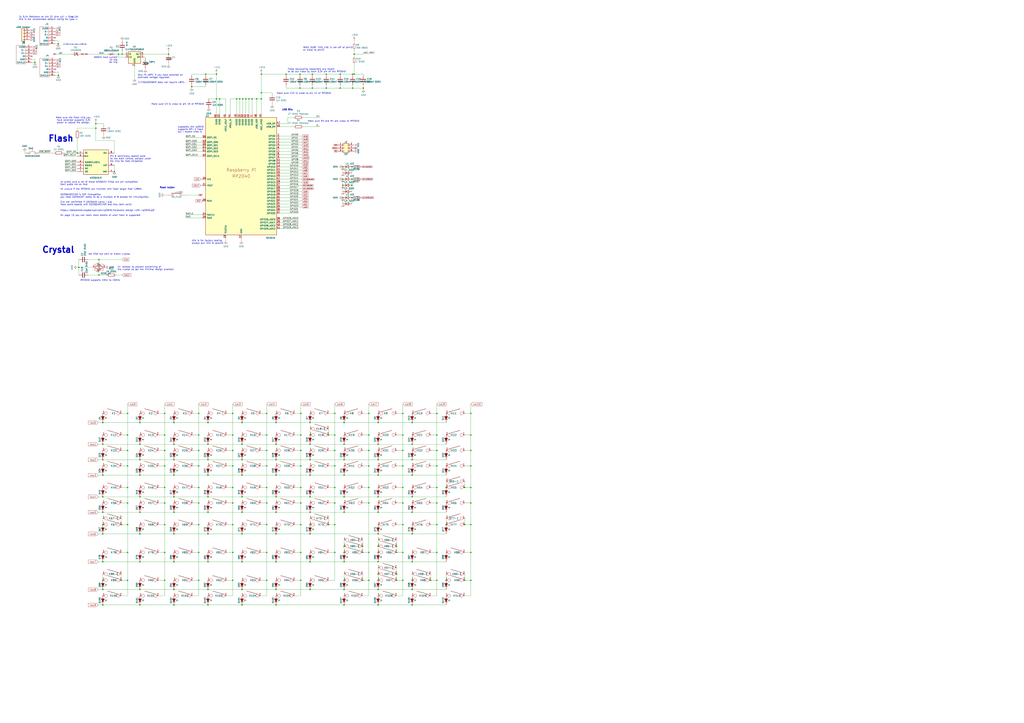
<source format=kicad_sch>
(kicad_sch (version 20211123) (generator eeschema)
  (paper "A1")
  (junction (at 28.702 51.308))
  (junction (at 191.135 357.505))
  (junction (at 104.775 476.885))
  (junction (at 330.835 476.885))
  (junction (at 247.015 454.025))
  (junction (at 93.98 140.97))
  (junction (at 330.835 431.165))
  (junction (at 386.715 400.685))
  (junction (at 170.815 377.825))
  (junction (at 84.455 476.885))
  (junction (at 254.635 431.165))
  (junction (at 138.43 44.45))
  (junction (at 191.135 454.025))
  (junction (at 281.432 137.033))
  (junction (at 310.515 461.645))
  (junction (at 254.635 365.125))
  (junction (at 310.515 448.945))
  (junction (at 163.195 339.725))
  (junction (at 282.575 347.345))
  (junction (at 214.63 60.96))
  (junction (at 177.8 81.28))
  (junction (at 163.195 382.905))
  (junction (at 226.695 390.525))
  (junction (at 254.635 377.825))
  (junction (at 289.56 60.96))
  (junction (at 282.575 476.885))
  (junction (at 198.755 421.005))
  (junction (at 170.815 484.505))
  (junction (at 330.835 382.905))
  (junction (at 219.075 382.905))
  (junction (at 226.695 408.305))
  (junction (at 114.935 497.205))
  (junction (at 194.31 81.28))
  (junction (at 114.935 347.345))
  (junction (at 196.85 81.28))
  (junction (at 302.895 382.905))
  (junction (at 366.395 400.685))
  (junction (at 256.54 72.39))
  (junction (at 226.695 421.005))
  (junction (at 353.695 476.885))
  (junction (at 358.775 413.385))
  (junction (at 48.006 61.976))
  (junction (at 247.015 476.885))
  (junction (at 114.935 377.825))
  (junction (at 214.63 76.2))
  (junction (at 338.455 408.305))
  (junction (at 302.895 476.885))
  (junction (at 386.715 413.385))
  (junction (at 310.515 471.805))
  (junction (at 310.515 390.525))
  (junction (at 254.635 390.525))
  (junction (at 358.775 400.685))
  (junction (at 84.455 421.005))
  (junction (at 219.075 413.385))
  (junction (at 330.835 370.205))
  (junction (at 104.775 413.385))
  (junction (at 330.835 339.725))
  (junction (at 84.455 365.125))
  (junction (at 282.575 421.005))
  (junction (at 163.195 357.505))
  (junction (at 247.015 382.905))
  (junction (at 310.515 438.785))
  (junction (at 274.955 339.725))
  (junction (at 114.935 365.125))
  (junction (at 114.935 390.525))
  (junction (at 289.052 137.033))
  (junction (at 310.515 377.825))
  (junction (at 142.875 390.525))
  (junction (at 358.775 370.205))
  (junction (at 269.875 431.165))
  (junction (at 210.82 81.28))
  (junction (at 114.935 461.645))
  (junction (at 330.835 400.685))
  (junction (at 254.635 421.005))
  (junction (at 135.255 357.505))
  (junction (at 170.815 390.525))
  (junction (at 84.455 484.505))
  (junction (at 63.5 125.73))
  (junction (at 386.715 382.905))
  (junction (at 191.135 339.725))
  (junction (at 386.715 431.165))
  (junction (at 170.815 365.125))
  (junction (at 358.775 431.165))
  (junction (at 219.075 400.685))
  (junction (at 366.395 431.165))
  (junction (at 84.455 438.785))
  (junction (at 338.455 365.125))
  (junction (at 289.052 162.433))
  (junction (at 358.775 454.025))
  (junction (at 381.635 431.165))
  (junction (at 386.715 339.725))
  (junction (at 282.575 408.305))
  (junction (at 219.075 476.885))
  (junction (at 310.515 408.305))
  (junction (at 338.455 461.645))
  (junction (at 170.815 421.005))
  (junction (at 281.432 162.433))
  (junction (at 104.775 400.685))
  (junction (at 254.635 484.505))
  (junction (at 290.83 44.45))
  (junction (at 234.95 60.96))
  (junction (at 142.875 484.505))
  (junction (at 104.775 370.205))
  (junction (at 84.455 347.345))
  (junction (at 269.875 357.505))
  (junction (at 114.935 421.005))
  (junction (at 214.63 81.28))
  (junction (at 274.955 400.685))
  (junction (at 358.775 357.505))
  (junction (at 198.755 377.825))
  (junction (at 84.455 408.305))
  (junction (at 298.45 72.39))
  (junction (at 204.47 81.28))
  (junction (at 247.015 400.685))
  (junction (at 254.635 461.645))
  (junction (at 282.575 377.825))
  (junction (at 163.195 476.885))
  (junction (at 289.052 147.193))
  (junction (at 386.715 370.205))
  (junction (at 81.28 226.06))
  (junction (at 219.075 431.165))
  (junction (at 247.015 339.725))
  (junction (at 358.775 339.725))
  (junction (at 226.695 365.125))
  (junction (at 310.515 365.125))
  (junction (at 338.455 438.785))
  (junction (at 191.135 413.385))
  (junction (at 170.815 347.345))
  (junction (at 114.935 408.305))
  (junction (at 198.755 408.305))
  (junction (at 198.755 484.505))
  (junction (at 302.895 370.205))
  (junction (at 157.48 71.12))
  (junction (at 338.455 347.345))
  (junction (at 84.455 431.165))
  (junction (at 226.695 484.505))
  (junction (at 191.135 382.905))
  (junction (at 135.255 339.725))
  (junction (at 302.895 400.685))
  (junction (at 100.33 44.45))
  (junction (at 84.455 461.645))
  (junction (at 274.955 413.385))
  (junction (at 274.955 454.025))
  (junction (at 274.955 370.205))
  (junction (at 282.575 484.505))
  (junction (at 338.455 484.505))
  (junction (at 297.815 448.945))
  (junction (at 97.282 44.45))
  (junction (at 279.4 60.96))
  (junction (at 163.195 413.385))
  (junction (at 254.635 408.305))
  (junction (at 84.455 390.525))
  (junction (at 226.695 497.205))
  (junction (at 170.815 461.645))
  (junction (at 281.432 152.273))
  (junction (at 338.455 377.825))
  (junction (at 191.135 400.685))
  (junction (at 246.38 72.39))
  (junction (at 180.34 81.28))
  (junction (at 386.715 476.885))
  (junction (at 330.835 357.505))
  (junction (at 142.875 377.825))
  (junction (at 114.935 438.785))
  (junction (at 142.875 497.205))
  (junction (at 310.515 347.345))
  (junction (at 247.015 413.385))
  (junction (at 104.775 431.165))
  (junction (at 302.895 454.025))
  (junction (at 381.635 476.885))
  (junction (at 330.835 454.025))
  (junction (at 246.38 60.96))
  (junction (at 199.39 81.28))
  (junction (at 191.135 476.885))
  (junction (at 274.955 382.905))
  (junction (at 254.635 438.785))
  (junction (at 289.052 152.273))
  (junction (at 99.695 476.885))
  (junction (at 282.575 454.025))
  (junction (at 226.695 461.645))
  (junction (at 386.715 454.025))
  (junction (at 104.775 357.505))
  (junction (at 290.83 60.96))
  (junction (at 142.875 438.785))
  (junction (at 219.075 357.505))
  (junction (at 163.195 370.205))
  (junction (at 366.395 476.885))
  (junction (at 338.455 497.205))
  (junction (at 114.935 484.505))
  (junction (at 170.815 497.205))
  (junction (at 338.455 390.525))
  (junction (at 302.895 339.725))
  (junction (at 78.74 101.6))
  (junction (at 274.955 431.165))
  (junction (at 302.895 357.505))
  (junction (at 254.635 347.345))
  (junction (at 191.135 431.165))
  (junction (at 135.255 431.165))
  (junction (at 310.515 454.025))
  (junction (at 198.755 347.345))
  (junction (at 247.015 357.505))
  (junction (at 84.455 377.825))
  (junction (at 198.755 390.525))
  (junction (at 168.91 60.96))
  (junction (at 256.54 60.96))
  (junction (at 104.775 382.905))
  (junction (at 135.255 382.905))
  (junction (at 226.695 347.345))
  (junction (at 104.775 454.025))
  (junction (at 325.755 476.885))
  (junction (at 325.755 471.805))
  (junction (at 81.28 213.36))
  (junction (at 267.97 60.96))
  (junction (at 104.775 339.725))
  (junction (at 282.575 448.945))
  (junction (at 358.775 382.905))
  (junction (at 338.455 421.005))
  (junction (at 64.77 219.71))
  (junction (at 207.01 81.28))
  (junction (at 142.875 365.125))
  (junction (at 163.195 454.025))
  (junction (at 135.255 454.025))
  (junction (at 170.815 438.785))
  (junction (at 282.575 390.525))
  (junction (at 226.695 438.785))
  (junction (at 282.575 365.125))
  (junction (at 135.255 476.885))
  (junction (at 142.875 421.005))
  (junction (at 325.755 448.945))
  (junction (at 191.135 370.205))
  (junction (at 330.835 413.385))
  (junction (at 219.075 454.025))
  (junction (at 358.775 476.885))
  (junction (at 84.455 497.205))
  (junction (at 219.075 339.725))
  (junction (at 201.93 81.28))
  (junction (at 247.015 370.205))
  (junction (at 310.515 484.505))
  (junction (at 310.515 476.885))
  (junction (at 289.56 72.39))
  (junction (at 386.715 357.505))
  (junction (at 142.875 461.645))
  (junction (at 142.875 347.345))
  (junction (at 310.515 497.205))
  (junction (at 302.895 413.385))
  (junction (at 135.255 413.385))
  (junction (at 78.74 105.41))
  (junction (at 297.815 476.885))
  (junction (at 198.755 438.785))
  (junction (at 163.195 431.165))
  (junction (at 267.97 72.39))
  (junction (at 135.255 370.205))
  (junction (at 297.815 454.025))
  (junction (at 142.875 408.305))
  (junction (at 381.635 400.685))
  (junction (at 282.575 461.645))
  (junction (at 226.695 377.825))
  (junction (at 247.015 431.165))
  (junction (at 198.755 461.645))
  (junction (at 282.575 497.205))
  (junction (at 198.755 497.205))
  (junction (at 135.255 400.685))
  (junction (at 325.755 454.025))
  (junction (at 170.815 408.305))
  (junction (at 338.455 476.885))
  (junction (at 99.695 431.165))
  (junction (at 219.075 370.205))
  (junction (at 47.752 36.068))
  (junction (at 198.755 365.125))
  (junction (at 254.635 357.505))
  (junction (at 274.955 357.505))
  (junction (at 177.8 60.96))
  (junction (at 279.4 72.39))
  (junction (at 281.432 147.193))
  (junction (at 310.515 421.005))
  (junction (at 163.195 400.685))
  (no_connect (at 45.212 30.988))
  (no_connect (at 26.162 46.228))
  (no_connect (at 45.466 56.896))
  (wire (pts (xy 241.935 454.025) (xy 247.015 454.025)))
  (wire (pts (xy 185.42 81.28) (xy 180.34 81.28)))
  (wire (pts (xy 84.455 377.825) (xy 114.935 377.825)))
  (wire (pts (xy 158.115 400.685) (xy 163.195 400.685)))
  (wire (pts (xy 142.875 408.305) (xy 170.815 408.305)))
  (wire (pts (xy 158.115 382.905) (xy 163.195 382.905)))
  (wire (pts (xy 386.715 370.205) (xy 386.715 382.905)))
  (wire (pts (xy 358.775 476.885) (xy 358.775 489.585)))
  (wire (pts (xy 130.175 489.585) (xy 135.255 489.585)))
  (wire (pts (xy 274.955 454.025) (xy 274.955 476.885)))
  (wire (pts (xy 168.91 62.23) (xy 168.91 60.96)))
  (wire (pts (xy 241.935 400.685) (xy 247.015 400.685)))
  (wire (pts (xy 189.23 81.28) (xy 194.31 81.28)))
  (wire (pts (xy 158.115 339.725) (xy 163.195 339.725)))
  (wire (pts (xy 279.4 62.23) (xy 279.4 60.96)))
  (wire (pts (xy 297.815 413.385) (xy 302.895 413.385)))
  (wire (pts (xy 78.74 100.33) (xy 78.74 101.6)))
  (wire (pts (xy 45.212 33.528) (xy 47.752 33.528)))
  (wire (pts (xy 298.45 60.96) (xy 298.45 62.23)))
  (wire (pts (xy 170.815 365.125) (xy 142.875 365.125)))
  (wire (pts (xy 282.575 448.945) (xy 282.575 454.025)))
  (wire (pts (xy 135.255 431.165) (xy 135.255 454.025)))
  (wire (pts (xy 97.282 44.45) (xy 100.33 44.45)))
  (wire (pts (xy 226.695 365.125) (xy 198.755 365.125)))
  (wire (pts (xy 119.38 57.15) (xy 119.38 55.88)))
  (wire (pts (xy 114.935 365.125) (xy 84.455 365.125)))
  (wire (pts (xy 130.175 476.885) (xy 135.255 476.885)))
  (wire (pts (xy 381.635 426.085) (xy 381.635 431.165)))
  (wire (pts (xy 104.775 339.725) (xy 104.775 357.505)))
  (wire (pts (xy 254.635 365.125) (xy 226.695 365.125)))
  (wire (pts (xy 177.8 59.69) (xy 177.8 60.96)))
  (wire (pts (xy 330.835 400.685) (xy 330.835 413.385)))
  (wire (pts (xy 366.395 347.345) (xy 338.455 347.345)))
  (wire (pts (xy 99.695 357.505) (xy 104.775 357.505)))
  (wire (pts (xy 114.935 438.785) (xy 84.455 438.785)))
  (wire (pts (xy 247.015 339.725) (xy 247.015 357.505)))
  (wire (pts (xy 338.455 484.505) (xy 366.395 484.505)))
  (wire (pts (xy 198.755 438.785) (xy 170.815 438.785)))
  (wire (pts (xy 114.935 347.345) (xy 84.455 347.345)))
  (wire (pts (xy 99.695 454.025) (xy 104.775 454.025)))
  (wire (pts (xy 338.455 390.525) (xy 310.515 390.525)))
  (wire (pts (xy 170.815 377.825) (xy 198.755 377.825)))
  (wire (pts (xy 163.195 400.685) (xy 163.195 413.385)))
  (wire (pts (xy 229.87 137.16) (xy 247.65 137.16)))
  (wire (pts (xy 254.635 377.825) (xy 282.575 377.825)))
  (wire (pts (xy 247.015 431.165) (xy 247.015 454.025)))
  (wire (pts (xy 63.5 140.97) (xy 53.34 140.97)))
  (wire (pts (xy 63.5 138.43) (xy 53.34 138.43)))
  (wire (pts (xy 358.775 413.385) (xy 358.775 431.165)))
  (wire (pts (xy 338.455 461.645) (xy 366.395 461.645)))
  (wire (pts (xy 152.4 124.46) (xy 166.37 124.46)))
  (wire (pts (xy 298.45 69.85) (xy 298.45 72.39)))
  (wire (pts (xy 142.875 365.125) (xy 114.935 365.125)))
  (wire (pts (xy 338.455 471.805) (xy 338.455 476.885)))
  (wire (pts (xy 229.87 175.26) (xy 245.11 175.26)))
  (wire (pts (xy 186.055 382.905) (xy 191.135 382.905)))
  (wire (pts (xy 99.695 339.725) (xy 104.775 339.725)))
  (wire (pts (xy 274.955 413.385) (xy 274.955 431.165)))
  (wire (pts (xy 157.48 60.96) (xy 168.91 60.96)))
  (wire (pts (xy 269.875 382.905) (xy 274.955 382.905)))
  (wire (pts (xy 234.95 69.85) (xy 234.95 72.39)))
  (wire (pts (xy 99.695 431.165) (xy 104.775 431.165)))
  (wire (pts (xy 358.775 370.205) (xy 358.775 382.905)))
  (wire (pts (xy 241.935 413.385) (xy 247.015 413.385)))
  (wire (pts (xy 267.97 60.96) (xy 279.4 60.96)))
  (wire (pts (xy 114.935 461.645) (xy 142.875 461.645)))
  (wire (pts (xy 177.8 60.96) (xy 177.8 81.28)))
  (wire (pts (xy 81.28 226.06) (xy 72.39 226.06)))
  (wire (pts (xy 325.755 370.205) (xy 330.835 370.205)))
  (wire (pts (xy 282.575 443.865) (xy 282.575 448.945)))
  (wire (pts (xy 104.775 400.685) (xy 104.775 413.385)))
  (wire (pts (xy 219.075 339.725) (xy 219.075 332.105)))
  (wire (pts (xy 142.875 347.345) (xy 114.935 347.345)))
  (wire (pts (xy 170.815 497.205) (xy 142.875 497.205)))
  (wire (pts (xy 353.695 413.385) (xy 358.775 413.385)))
  (wire (pts (xy 21.59 125.73) (xy 20.32 125.73)))
  (wire (pts (xy 158.115 413.385) (xy 163.195 413.385)))
  (wire (pts (xy 229.87 111.76) (xy 247.65 111.76)))
  (wire (pts (xy 279.4 60.96) (xy 289.56 60.96)))
  (wire (pts (xy 282.575 390.525) (xy 254.635 390.525)))
  (wire (pts (xy 338.455 347.345) (xy 310.515 347.345)))
  (wire (pts (xy 302.895 476.885) (xy 302.895 489.585)))
  (wire (pts (xy 84.455 484.505) (xy 80.645 484.505)))
  (wire (pts (xy 281.432 152.273) (xy 281.432 157.353)))
  (wire (pts (xy 135.255 370.205) (xy 135.255 382.905)))
  (wire (pts (xy 95.25 226.06) (xy 100.33 226.06)))
  (wire (pts (xy 310.515 461.645) (xy 338.455 461.645)))
  (wire (pts (xy 290.83 33.02) (xy 290.83 35.56)))
  (wire (pts (xy 247.015 339.725) (xy 247.015 332.105)))
  (wire (pts (xy 180.34 81.28) (xy 177.8 81.28)))
  (wire (pts (xy 310.515 377.825) (xy 338.455 377.825)))
  (wire (pts (xy 241.935 370.205) (xy 247.015 370.205)))
  (wire (pts (xy 210.82 81.28) (xy 214.63 81.28)))
  (wire (pts (xy 152.4 116.84) (xy 166.37 116.84)))
  (wire (pts (xy 186.055 413.385) (xy 191.135 413.385)))
  (wire (pts (xy 219.075 454.025) (xy 219.075 476.885)))
  (wire (pts (xy 297.815 382.905) (xy 302.895 382.905)))
  (wire (pts (xy 85.09 101.6) (xy 78.74 101.6)))
  (wire (pts (xy 289.56 69.85) (xy 289.56 72.39)))
  (wire (pts (xy 254.635 426.085) (xy 254.635 431.165)))
  (wire (pts (xy 302.895 339.725) (xy 302.895 357.505)))
  (wire (pts (xy 84.455 408.305) (xy 80.645 408.305)))
  (wire (pts (xy 325.755 339.725) (xy 330.835 339.725)))
  (wire (pts (xy 207.01 81.28) (xy 207.01 93.98)))
  (wire (pts (xy 353.695 431.165) (xy 358.775 431.165)))
  (wire (pts (xy 20.32 125.73) (xy 20.32 124.46)))
  (wire (pts (xy 213.995 382.905) (xy 219.075 382.905)))
  (wire (pts (xy 226.695 461.645) (xy 254.635 461.645)))
  (wire (pts (xy 99.695 471.805) (xy 99.695 476.885)))
  (wire (pts (xy 353.695 489.585) (xy 358.775 489.585)))
  (wire (pts (xy 191.135 400.685) (xy 191.135 413.385)))
  (wire (pts (xy 325.755 400.685) (xy 330.835 400.685)))
  (wire (pts (xy 130.175 382.905) (xy 135.255 382.905)))
  (wire (pts (xy 247.015 476.885) (xy 247.015 489.585)))
  (wire (pts (xy 226.695 347.345) (xy 198.755 347.345)))
  (wire (pts (xy 130.175 413.385) (xy 135.255 413.385)))
  (wire (pts (xy 84.455 365.125) (xy 80.645 365.125)))
  (wire (pts (xy 142.875 438.785) (xy 114.935 438.785)))
  (wire (pts (xy 310.515 448.945) (xy 310.515 454.025)))
  (wire (pts (xy 142.875 377.825) (xy 170.815 377.825)))
  (wire (pts (xy 330.835 382.905) (xy 330.835 400.685)))
  (wire (pts (xy 353.695 476.885) (xy 358.775 476.885)))
  (wire (pts (xy 201.93 81.28) (xy 204.47 81.28)))
  (wire (pts (xy 186.055 476.885) (xy 191.135 476.885)))
  (wire (pts (xy 338.455 438.785) (xy 310.515 438.785)))
  (wire (pts (xy 100.33 44.45) (xy 102.87 44.45)))
  (wire (pts (xy 353.695 339.725) (xy 358.775 339.725)))
  (wire (pts (xy 247.015 400.685) (xy 247.015 413.385)))
  (wire (pts (xy 213.995 370.205) (xy 219.075 370.205)))
  (wire (pts (xy 229.87 152.4) (xy 247.65 152.4)))
  (wire (pts (xy 198.755 408.305) (xy 226.695 408.305)))
  (wire (pts (xy 138.43 52.07) (xy 138.43 53.34)))
  (wire (pts (xy 119.38 46.99) (xy 118.11 46.99)))
  (wire (pts (xy 226.695 497.205) (xy 282.575 497.205)))
  (wire (pts (xy 53.34 135.89) (xy 63.5 135.89)))
  (wire (pts (xy 170.815 408.305) (xy 198.755 408.305)))
  (wire (pts (xy 198.12 195.58) (xy 198.12 198.12)))
  (wire (pts (xy 282.575 377.825) (xy 310.515 377.825)))
  (wire (pts (xy 223.52 85.09) (xy 223.52 86.36)))
  (wire (pts (xy 381.635 489.585) (xy 386.715 489.585)))
  (wire (pts (xy 241.935 357.505) (xy 247.015 357.505)))
  (wire (pts (xy 214.63 60.96) (xy 234.95 60.96)))
  (wire (pts (xy 163.195 339.725) (xy 163.195 357.505)))
  (wire (pts (xy 229.87 127) (xy 247.65 127)))
  (wire (pts (xy 163.195 370.205) (xy 163.195 382.905)))
  (wire (pts (xy 229.87 132.08) (xy 247.65 132.08)))
  (wire (pts (xy 64.77 219.71) (xy 63.5 219.71)))
  (wire (pts (xy 310.515 390.525) (xy 282.575 390.525)))
  (wire (pts (xy 302.895 413.385) (xy 302.895 454.025)))
  (wire (pts (xy 104.775 370.205) (xy 104.775 382.905)))
  (wire (pts (xy 302.895 454.025) (xy 302.895 476.885)))
  (wire (pts (xy 114.935 484.505) (xy 142.875 484.505)))
  (wire (pts (xy 302.895 370.205) (xy 302.895 382.905)))
  (wire (pts (xy 158.115 454.025) (xy 163.195 454.025)))
  (wire (pts (xy 219.075 400.685) (xy 219.075 413.385)))
  (wire (pts (xy 310.515 408.305) (xy 338.455 408.305)))
  (wire (pts (xy 191.135 413.385) (xy 191.135 431.165)))
  (wire (pts (xy 163.195 339.725) (xy 163.195 332.105)))
  (wire (pts (xy 229.87 124.46) (xy 247.65 124.46)))
  (wire (pts (xy 93.98 44.45) (xy 97.282 44.45)))
  (wire (pts (xy 229.87 170.18) (xy 247.65 170.18)))
  (wire (pts (xy 191.135 382.905) (xy 191.135 400.685)))
  (wire (pts (xy 274.955 339.725) (xy 274.955 357.505)))
  (wire (pts (xy 157.48 71.12) (xy 168.91 71.12)))
  (wire (pts (xy 274.955 382.905) (xy 274.955 400.685)))
  (wire (pts (xy 157.48 71.12) (xy 157.48 72.39)))
  (wire (pts (xy 366.395 471.805) (xy 366.395 476.885)))
  (wire (pts (xy 269.875 339.725) (xy 274.955 339.725)))
  (wire (pts (xy 186.055 370.205) (xy 191.135 370.205)))
  (wire (pts (xy 289.56 60.96) (xy 290.83 60.96)))
  (wire (pts (xy 207.01 81.28) (xy 210.82 81.28)))
  (wire (pts (xy 226.695 408.305) (xy 254.635 408.305)))
  (wire (pts (xy 297.815 454.025) (xy 302.895 454.025)))
  (wire (pts (xy 325.755 357.505) (xy 330.835 357.505)))
  (wire (pts (xy 310.515 443.865) (xy 310.515 448.945)))
  (wire (pts (xy 46.228 44.45) (xy 58.42 44.45)))
  (wire (pts (xy 325.755 454.025) (xy 325.755 448.945)))
  (wire (pts (xy 226.695 438.785) (xy 198.755 438.785)))
  (wire (pts (xy 219.075 339.725) (xy 219.075 357.505)))
  (wire (pts (xy 330.835 339.725) (xy 330.835 332.105)))
  (wire (pts (xy 241.935 476.885) (xy 247.015 476.885)))
  (wire (pts (xy 177.8 81.28) (xy 177.8 93.98)))
  (wire (pts (xy 191.135 339.725) (xy 191.135 357.505)))
  (wire (pts (xy 78.74 105.41) (xy 78.74 115.57)))
  (wire (pts (xy 28.702 48.768) (xy 28.702 51.308)))
  (wire (pts (xy 84.455 438.785) (xy 80.645 438.785)))
  (wire (pts (xy 158.115 476.885) (xy 163.195 476.885)))
  (wire (pts (xy 142.875 497.205) (xy 114.935 497.205)))
  (wire (pts (xy 254.635 408.305) (xy 282.575 408.305)))
  (wire (pts (xy 281.432 142.113) (xy 281.432 137.033)))
  (wire (pts (xy 353.695 471.805) (xy 353.695 476.885)))
  (wire (pts (xy 330.835 476.885) (xy 330.835 489.585)))
  (wire (pts (xy 214.63 76.2) (xy 223.52 76.2)))
  (wire (pts (xy 269.875 370.205) (xy 274.955 370.205)))
  (wire (pts (xy 386.715 400.685) (xy 386.715 413.385)))
  (wire (pts (xy 366.395 365.125) (xy 338.455 365.125)))
  (wire (pts (xy 214.63 81.28) (xy 214.63 93.98)))
  (wire (pts (xy 246.38 72.39) (xy 256.54 72.39)))
  (wire (pts (xy 247.015 413.385) (xy 247.015 431.165)))
  (wire (pts (xy 247.015 357.505) (xy 247.015 370.205)))
  (wire (pts (xy 281.432 167.513) (xy 281.432 162.433)))
  (wire (pts (xy 297.815 357.505) (xy 302.895 357.505)))
  (wire (pts (xy 78.74 101.6) (xy 78.74 105.41)))
  (wire (pts (xy 269.875 426.085) (xy 269.875 431.165)))
  (wire (pts (xy 104.775 357.505) (xy 104.775 370.205)))
  (wire (pts (xy 72.39 44.45) (xy 88.9 44.45)))
  (wire (pts (xy 87.63 226.06) (xy 81.28 226.06)))
  (wire (pts (xy 338.455 365.125) (xy 310.515 365.125)))
  (wire (pts (xy 214.63 76.2) (xy 214.63 81.28)))
  (wire (pts (xy 229.87 182.88) (xy 245.11 182.88)))
  (wire (pts (xy 267.97 62.23) (xy 267.97 60.96)))
  (wire (pts (xy 84.455 471.805) (xy 84.455 476.885)))
  (wire (pts (xy 381.635 395.605) (xy 381.635 400.685)))
  (wire (pts (xy 26.162 48.768) (xy 28.702 48.768)))
  (wire (pts (xy 81.28 226.06) (xy 81.28 223.52)))
  (wire (pts (xy 325.755 476.885) (xy 330.835 476.885)))
  (wire (pts (xy 135.255 400.685) (xy 135.255 413.385)))
  (wire (pts (xy 219.075 382.905) (xy 219.075 400.685)))
  (wire (pts (xy 104.775 413.385) (xy 104.775 431.165)))
  (wire (pts (xy 142.875 421.005) (xy 114.935 421.005)))
  (wire (pts (xy 84.455 421.005) (xy 80.645 421.005)))
  (wire (pts (xy 297.815 454.025) (xy 297.815 448.945)))
  (wire (pts (xy 135.255 454.025) (xy 135.255 476.885)))
  (wire (pts (xy 198.755 365.125) (xy 170.815 365.125)))
  (wire (pts (xy 358.775 431.165) (xy 358.775 454.025)))
  (wire (pts (xy 152.4 121.92) (xy 166.37 121.92)))
  (wire (pts (xy 166.37 152.4) (xy 165.1 152.4)))
  (wire (pts (xy 290.83 44.45) (xy 298.45 44.45)))
  (wire (pts (xy 219.075 413.385) (xy 219.075 431.165)))
  (wire (pts (xy 52.07 128.27) (xy 63.5 128.27)))
  (wire (pts (xy 338.455 408.305) (xy 366.395 408.305)))
  (wire (pts (xy 165.1 147.32) (xy 166.37 147.32)))
  (wire (pts (xy 353.695 400.685) (xy 358.775 400.685)))
  (wire (pts (xy 386.715 382.905) (xy 386.715 400.685)))
  (wire (pts (xy 97.282 46.99) (xy 97.282 44.45)))
  (wire (pts (xy 310.515 347.345) (xy 282.575 347.345)))
  (wire (pts (xy 241.935 489.585) (xy 247.015 489.585)))
  (wire (pts (xy 180.34 93.98) (xy 180.34 81.28)))
  (wire (pts (xy 166.37 113.03) (xy 152.4 113.03)))
  (wire (pts (xy 152.654 160.274) (xy 162.814 160.274)))
  (wire (pts (xy 170.815 461.645) (xy 198.755 461.645)))
  (wire (pts (xy 104.775 454.025) (xy 104.775 476.885)))
  (wire (pts (xy 196.85 81.28) (xy 199.39 81.28)))
  (wire (pts (xy 274.955 370.205) (xy 274.955 382.905)))
  (wire (pts (xy 84.455 426.085) (xy 84.455 431.165)))
  (wire (pts (xy 186.055 339.725) (xy 191.135 339.725)))
  (wire (pts (xy 358.775 454.025) (xy 358.775 476.885)))
  (wire (pts (xy 99.695 413.385) (xy 104.775 413.385)))
  (wire (pts (xy 381.635 357.505) (xy 386.715 357.505)))
  (wire (pts (xy 381.635 382.905) (xy 386.715 382.905)))
  (wire (pts (xy 81.28 215.9) (xy 81.28 213.36)))
  (wire (pts (xy 289.052 142.113) (xy 289.052 137.033)))
  (wire (pts (xy 254.635 390.525) (xy 226.695 390.525)))
  (wire (pts (xy 366.395 421.005) (xy 338.455 421.005)))
  (wire (pts (xy 194.31 81.28) (xy 196.85 81.28)))
  (wire (pts (xy 381.635 454.025) (xy 386.715 454.025)))
  (wire (pts (xy 114.935 390.525) (xy 84.455 390.525)))
  (wire (pts (xy 386.715 339.725) (xy 386.715 357.505)))
  (wire (pts (xy 282.575 471.805) (xy 282.575 476.885)))
  (wire (pts (xy 63.5 114.3) (xy 63.5 125.73)))
  (wire (pts (xy 191.135 431.165) (xy 191.135 454.025)))
  (wire (pts (xy 269.875 413.385) (xy 274.955 413.385)))
  (wire (pts (xy 234.95 60.96) (xy 246.38 60.96)))
  (wire (pts (xy 302.895 382.905) (xy 302.895 400.685)))
  (wire (pts (xy 130.175 431.165) (xy 135.255 431.165)))
  (wire (pts (xy 100.33 41.91) (xy 100.33 44.45)))
  (wire (pts (xy 289.052 147.193) (xy 289.052 152.273)))
  (wire (pts (xy 186.055 431.165) (xy 191.135 431.165)))
  (wire (pts (xy 84.455 347.345) (xy 80.645 347.345)))
  (wire (pts (xy 213.995 476.885) (xy 219.075 476.885)))
  (wire (pts (xy 236.22 96.52) (xy 236.22 101.6)))
  (wire (pts (xy 130.175 339.725) (xy 135.255 339.725)))
  (wire (pts (xy 325.755 454.025) (xy 330.835 454.025)))
  (wire (pts (xy 289.56 60.96) (xy 289.56 62.23)))
  (wire (pts (xy 93.98 140.97) (xy 93.98 135.89)))
  (wire (pts (xy 99.695 476.885) (xy 104.775 476.885)))
  (wire (pts (xy 166.37 179.07) (xy 152.4 179.07)))
  (wire (pts (xy 289.052 167.513) (xy 289.052 162.433)))
  (wire (pts (xy 191.135 454.025) (xy 191.135 476.885)))
  (wire (pts (xy 366.395 426.085) (xy 366.395 431.165)))
  (wire (pts (xy 166.37 128.27) (xy 152.4 128.27)))
  (wire (pts (xy 302.895 339.725) (xy 302.895 332.105)))
  (wire (pts (xy 229.87 162.56) (xy 247.65 162.56)))
  (wire (pts (xy 282.575 365.125) (xy 254.635 365.125)))
  (wire (pts (xy 168.91 60.96) (xy 177.8 60.96)))
  (wire (pts (xy 229.87 154.94) (xy 247.65 154.94)))
  (wire (pts (xy 229.87 121.92) (xy 247.65 121.92)))
  (wire (pts (xy 84.455 377.825) (xy 80.645 377.825)))
  (wire (pts (xy 274.955 339.725) (xy 274.955 332.105)))
  (wire (pts (xy 157.48 69.85) (xy 157.48 71.12)))
  (wire (pts (xy 191.135 370.205) (xy 191.135 382.905)))
  (wire (pts (xy 78.74 115.57) (xy 93.98 115.57)))
  (wire (pts (xy 204.47 93.98) (xy 204.47 81.28)))
  (wire (pts (xy 191.135 476.885) (xy 191.135 489.585)))
  (wire (pts (xy 269.875 352.425) (xy 269.875 357.505)))
  (wire (pts (xy 325.755 471.805) (xy 325.755 466.725)))
  (wire (pts (xy 241.935 382.905) (xy 247.015 382.905)))
  (wire (pts (xy 189.23 93.98) (xy 189.23 81.28)))
  (wire (pts (xy 214.63 60.96) (xy 214.63 76.2)))
  (wire (pts (xy 290.83 60.96) (xy 290.83 52.07)))
  (wire (pts (xy 298.45 73.66) (xy 298.45 72.39)))
  (wire (pts (xy 325.755 448.945) (xy 325.755 443.865)))
  (wire (pts (xy 45.466 59.436) (xy 48.006 59.436)))
  (wire (pts (xy 358.775 400.685) (xy 358.775 413.385)))
  (wire (pts (xy 229.87 185.42) (xy 245.11 185.42)))
  (wire (pts (xy 186.055 454.025) (xy 191.135 454.025)))
  (wire (pts (xy 163.195 476.885) (xy 163.195 489.585)))
  (wire (pts (xy 229.87 147.32) (xy 247.65 147.32)))
  (wire (pts (xy 330.835 431.165) (xy 330.835 454.025)))
  (wire (pts (xy 170.815 484.505) (xy 198.755 484.505)))
  (wire (pts (xy 163.195 413.385) (xy 163.195 431.165)))
  (wire (pts (xy 229.87 139.7) (xy 247.65 139.7)))
  (wire (pts (xy 99.695 370.205) (xy 104.775 370.205)))
  (wire (pts (xy 186.055 357.505) (xy 191.135 357.505)))
  (wire (pts (xy 135.255 476.885) (xy 135.255 489.585)))
  (wire (pts (xy 219.075 357.505) (xy 219.075 370.205)))
  (wire (pts (xy 234.95 72.39) (xy 246.38 72.39)))
  (wire (pts (xy 310.515 497.205) (xy 338.455 497.205)))
  (wire (pts (xy 229.87 167.64) (xy 247.65 167.64)))
  (wire (pts (xy 204.47 81.28) (xy 207.01 81.28)))
  (wire (pts (xy 381.635 400.685) (xy 386.715 400.685)))
  (wire (pts (xy 256.54 62.23) (xy 256.54 60.96)))
  (wire (pts (xy 186.055 489.585) (xy 191.135 489.585)))
  (wire (pts (xy 269.875 357.505) (xy 274.955 357.505)))
  (wire (pts (xy 234.95 62.23) (xy 234.95 60.96)))
  (wire (pts (xy 254.635 461.645) (xy 282.575 461.645)))
  (wire (pts (xy 282.575 497.205) (xy 310.515 497.205)))
  (wire (pts (xy 63.5 105.41) (xy 78.74 105.41)))
  (wire (pts (xy 290.83 60.96) (xy 298.45 60.96)))
  (wire (pts (xy 297.815 476.885) (xy 302.895 476.885)))
  (wire (pts (xy 289.56 72.39) (xy 298.45 72.39)))
  (wire (pts (xy 229.87 149.86) (xy 247.65 149.86)))
  (wire (pts (xy 84.455 484.505) (xy 114.935 484.505)))
  (wire (pts (xy 386.715 357.505) (xy 386.715 370.205)))
  (wire (pts (xy 290.83 40.64) (xy 290.83 44.45)))
  (wire (pts (xy 48.006 59.436) (xy 48.006 61.976)))
  (wire (pts (xy 194.31 93.98) (xy 194.31 81.28)))
  (wire (pts (xy 358.775 339.725) (xy 358.775 357.505)))
  (wire (pts (xy 282.575 461.645) (xy 310.515 461.645)))
  (wire (pts (xy 282.575 408.305) (xy 310.515 408.305)))
  (wire (pts (xy 289.56 72.39) (xy 279.4 72.39)))
  (wire (pts (xy 84.455 497.205) (xy 80.645 497.205)))
  (wire (pts (xy 130.175 357.505) (xy 135.255 357.505)))
  (wire (pts (xy 254.635 352.425) (xy 254.635 357.505)))
  (wire (pts (xy 246.38 62.23) (xy 246.38 60.96)))
  (wire (pts (xy 297.815 370.205) (xy 302.895 370.205)))
  (wire (pts (xy 198.755 421.005) (xy 170.815 421.005)))
  (wire (pts (xy 297.815 448.945) (xy 297.815 443.865)))
  (wire (pts (xy 269.875 400.685) (xy 274.955 400.685)))
  (wire (pts (xy 223.52 77.47) (xy 223.52 76.2)))
  (wire (pts (xy 267.97 69.85) (xy 267.97 72.39)))
  (wire (pts (xy 229.87 119.38) (xy 247.65 119.38)))
  (wire (pts (xy 135.255 357.505) (xy 135.255 370.205)))
  (wire (pts (xy 93.98 125.73) (xy 93.98 115.57)))
  (wire (pts (xy 256.54 60.96) (xy 267.97 60.96)))
  (wire (pts (xy 199.39 93.98) (xy 199.39 81.28)))
  (wire (pts (xy 241.935 431.165) (xy 247.015 431.165)))
  (wire (pts (xy 185.42 93.98) (xy 185.42 81.28)))
  (wire (pts (xy 163.195 431.165) (xy 163.195 454.025)))
  (wire (pts (xy 229.87 142.24) (xy 247.65 142.24)))
  (wire (pts (xy 170.815 347.345) (xy 142.875 347.345)))
  (wire (pts (xy 163.195 357.505) (xy 163.195 370.205)))
  (wire (pts (xy 229.87 129.54) (xy 247.65 129.54)))
  (wire (pts (xy 279.4 69.85) (xy 279.4 72.39)))
  (wire (pts (xy 325.755 489.585) (xy 330.835 489.585)))
  (wire (pts (xy 199.39 81.28) (xy 201.93 81.28)))
  (wire (pts (xy 290.83 44.45) (xy 290.83 46.99)))
  (wire (pts (xy 104.775 431.165) (xy 104.775 454.025)))
  (wire (pts (xy 198.755 377.825) (xy 226.695 377.825)))
  (wire (pts (xy 114.935 497.205) (xy 84.455 497.205)))
  (wire (pts (xy 158.115 431.165) (xy 163.195 431.165)))
  (wire (pts (xy 229.87 114.3) (xy 247.65 114.3)))
  (wire (pts (xy 281.432 147.193) (xy 281.432 152.273)))
  (wire (pts (xy 45.466 61.976) (xy 48.006 61.976)))
  (wire (pts (xy 84.455 461.645) (xy 114.935 461.645)))
  (wire (pts (xy 282.575 347.345) (xy 254.635 347.345)))
  (wire (pts (xy 279.4 72.39) (xy 267.97 72.39)))
  (wire (pts (xy 386.715 454.025) (xy 386.715 476.885)))
  (wire (pts (xy 254.635 347.345) (xy 226.695 347.345)))
  (wire (pts (xy 196.85 93.98) (xy 196.85 81.28)))
  (wire (pts (xy 130.175 400.685) (xy 135.255 400.685)))
  (wire (pts (xy 353.695 357.505) (xy 358.775 357.505)))
  (wire (pts (xy 158.115 370.205) (xy 163.195 370.205)))
  (wire (pts (xy 338.455 377.825) (xy 366.395 377.825)))
  (wire (pts (xy 214.63 59.69) (xy 214.63 60.96)))
  (wire (pts (xy 166.37 176.53) (xy 152.4 176.53)))
  (wire (pts (xy 226.695 390.525) (xy 198.755 390.525)))
  (wire (pts (xy 310.515 421.005) (xy 282.575 421.005)))
  (wire (pts (xy 64.77 226.06) (xy 64.77 219.71)))
  (wire (pts (xy 198.755 461.645) (xy 226.695 461.645)))
  (wire (pts (xy 142.875 461.645) (xy 170.815 461.645)))
  (wire (pts (xy 138.43 41.91) (xy 138.43 44.45)))
  (wire (pts (xy 310.515 365.125) (xy 282.575 365.125)))
  (wire (pts (xy 226.695 484.505) (xy 254.635 484.505)))
  (wire (pts (xy 274.955 357.505) (xy 274.955 370.205)))
  (wire (pts (xy 168.91 71.12) (xy 168.91 69.85)))
  (wire (pts (xy 135.255 332.105) (xy 135.255 339.725)))
  (wire (pts (xy 219.075 370.205) (xy 219.075 382.905)))
  (wire (pts (xy 358.775 357.505) (xy 358.775 370.205)))
  (wire (pts (xy 104.775 476.885) (xy 104.775 489.585)))
  (wire (pts (xy 135.255 339.725) (xy 135.255 357.505)))
  (wire (pts (xy 330.835 357.505) (xy 330.835 370.205)))
  (wire (pts (xy 254.635 421.005) (xy 226.695 421.005)))
  (wire (pts (xy 269.875 476.885) (xy 274.955 476.885)))
  (wire (pts (xy 191.135 357.505) (xy 191.135 370.205)))
  (wire (pts (xy 158.115 357.505) (xy 163.195 357.505)))
  (wire (pts (xy 163.195 454.025) (xy 163.195 476.885)))
  (wire (pts (xy 229.87 144.78) (xy 247.65 144.78)))
  (wire (pts (xy 226.695 377.825) (xy 254.635 377.825)))
  (wire (pts (xy 177.8 81.28) (xy 171.45 81.28)))
  (wire (pts (xy 219.075 476.885) (xy 219.075 489.585)))
  (wire (pts (xy 213.995 413.385) (xy 219.075 413.385)))
  (wire (pts (xy 229.87 104.14) (xy 241.3 104.14)))
  (wire (pts (xy 163.195 382.905) (xy 163.195 400.685)))
  (wire (pts (xy 229.87 134.62) (xy 247.65 134.62)))
  (wire (pts (xy 198.755 390.525) (xy 170.815 390.525)))
  (wire (pts (xy 386.715 339.725) (xy 386.715 332.105)))
  (wire (pts (xy 254.635 484.505) (xy 282.575 484.505)))
  (wire (pts (xy 118.11 44.45) (xy 138.43 44.45)))
  (wire (pts (xy 366.395 395.605) (xy 366.395 400.685)))
  (wire (pts (xy 229.87 187.96) (xy 245.11 187.96)))
  (wire (pts (xy 84.455 390.525) (xy 80.645 390.525)))
  (wire (pts (xy 247.015 382.905) (xy 247.015 400.685)))
  (wire (pts (xy 269.875 454.025) (xy 274.955 454.025)))
  (wire (pts (xy 229.87 180.34) (xy 245.11 180.34)))
  (wire (pts (xy 386.715 431.165) (xy 386.715 454.025)))
  (wire (pts (xy 381.635 339.725) (xy 386.715 339.725)))
  (wire (pts (xy 97.282 46.99) (xy 102.87 46.99)))
  (wire (pts (xy 297.815 339.725) (xy 302.895 339.725)))
  (wire (pts (xy 63.5 106.68) (xy 63.5 105.41)))
  (wire (pts (xy 201.93 93.98) (xy 201.93 81.28)))
  (wire (pts (xy 114.935 421.005) (xy 84.455 421.005)))
  (wire (pts (xy 330.835 370.205) (xy 330.835 382.905)))
  (wire (pts (xy 213.995 339.725) (xy 219.075 339.725)))
  (wire (pts (xy 310.515 484.505) (xy 338.455 484.505)))
  (wire (pts (xy 170.815 390.525) (xy 142.875 390.525)))
  (wire (pts (xy 185.42 195.58) (xy 185.42 198.12)))
  (wire (pts (xy 213.995 431.165) (xy 219.075 431.165)))
  (wire (pts (xy 248.92 104.14) (xy 262.89 104.14)))
  (wire (pts (xy 110.49 54.61) (xy 110.49 64.77)))
  (wire (pts (xy 302.895 357.505) (xy 302.895 370.205)))
  (wire (pts (xy 325.755 476.885) (xy 325.755 471.805)))
  (wire (pts (xy 282.575 421.005) (xy 254.635 421.005)))
  (wire (pts (xy 241.935 339.725) (xy 247.015 339.725)))
  (wire (pts (xy 210.82 93.98) (xy 210.82 81.28)))
  (wire (pts (xy 297.815 489.585) (xy 302.895 489.585)))
  (wire (pts (xy 310.515 466.725) (xy 310.515 471.805)))
  (wire (pts (xy 254.635 438.785) (xy 310.515 438.785)))
  (wire (pts (xy 191.135 339.725) (xy 191.135 332.105)))
  (wire (pts (xy 63.5 133.35) (xy 53.34 133.35)))
  (wire (pts (xy 358.775 382.905) (xy 358.775 400.685)))
  (wire (pts (xy 248.92 96.52) (xy 262.89 96.52)))
  (wire (pts (xy 45.212 36.068) (xy 47.752 36.068)))
  (wire (pts (xy 247.015 370.205) (xy 247.015 382.905)))
  (wire (pts (xy 386.715 413.385) (xy 386.715 431.165)))
  (wire (pts (xy 330.835 339.725) (xy 330.835 357.505)))
  (wire (pts (xy 64.77 219.71) (xy 76.2 219.71)))
  (wire (pts (xy 198.755 347.345) (xy 170.815 347.345)))
  (wire (pts (xy 325.755 382.905) (xy 330.835 382.905)))
  (wire (pts (xy 64.77 219.71) (xy 64.77 213.36)))
  (wire (pts (xy 114.935 377.825) (xy 142.875 377.825)))
  (wire (pts (xy 170.815 421.005) (xy 142.875 421.005)))
  (wire (pts (xy 302.895 400.685) (xy 302.895 413.385)))
  (wire (pts (xy 44.45 125.73) (xy 31.75 125.73)))
  (wire (pts (xy 366.395 438.785) (xy 338.455 438.785)))
  (wire (pts (xy 130.175 454.025) (xy 135.255 454.025)))
  (wire (pts (xy 366.395 497.205) (xy 338.455 497.205)))
  (wire (pts (xy 274.955 400.685) (xy 274.955 413.385)))
  (wire (pts (xy 157.48 62.23) (xy 157.48 60.96)))
  (wire (pts (xy 119.38 48.26) (xy 119.38 46.99)))
  (wire (pts (xy 26.162 51.308) (xy 28.702 51.308)))
  (wire (pts (xy 99.695 382.905) (xy 104.775 382.905)))
  (wire (pts (xy 170.815 438.785) (xy 142.875 438.785)))
  (wire (pts (xy 99.695 400.685) (xy 104.775 400.685)))
  (wire (pts (xy 104.775 382.905) (xy 104.775 400.685)))
  (wire (pts (xy 226.695 421.005) (xy 198.755 421.005)))
  (wire (pts (xy 84.455 461.645) (xy 80.645 461.645)))
  (wire (pts (xy 213.995 489.585) (xy 219.075 489.585)))
  (wire (pts (xy 381.635 413.385) (xy 386.715 413.385)))
  (wire (pts (xy 99.695 426.085) (xy 99.695 431.165)))
  (wire (pts (xy 366.395 390.525) (xy 338.455 390.525)))
  (wire (pts (xy 338.455 421.005) (xy 310.515 421.005)))
  (wire (pts (xy 158.115 489.585) (xy 163.195 489.585)))
  (wire (pts (xy 229.87 116.84) (xy 247.65 116.84)))
  (wire (pts (xy 256.54 69.85) (xy 256.54 72.39)))
  (wire (pts (xy 114.935 408.305) (xy 142.875 408.305)))
  (wire (pts (xy 330.835 413.385) (xy 330.835 431.165)))
  (wire (pts (xy 267.97 72.39) (xy 256.54 72.39)))
  (wire (pts (xy 289.052 152.273) (xy 289.052 157.353)))
  (wire (pts (xy 229.87 172.72) (xy 245.11 172.72)))
  (wire (pts (xy 198.755 484.505) (xy 226.695 484.505)))
  (wire (pts (xy 52.07 125.73) (xy 63.5 125.73)))
  (wire (pts (xy 213.995 357.505) (xy 219.075 357.505)))
  (wire (pts (xy 381.635 476.885) (xy 386.715 476.885)))
  (wire (pts (xy 84.455 408.305) (xy 114.935 408.305)))
  (wire (pts (xy 137.414 160.274) (xy 134.874 160.274)))
  (wire (pts (xy 219.075 431.165) (xy 219.075 454.025)))
  (wire (pts (xy 282.575 484.505) (xy 310.515 484.505)))
  (wire (pts (xy 85.09 110.49) (xy 85.09 111.76)))
  (wire (pts (xy 81.28 213.36) (xy 100.33 213.36)))
  (wire (pts (xy 325.755 431.165) (xy 330.835 431.165)))
  (wire (pts (xy 99.695 489.585) (xy 104.775 489.585)))
  (wire (pts (xy 254.635 438.785) (xy 226.695 438.785)))
  (wire (pts (xy 297.815 471.805) (xy 297.815 476.885)))
  (wire (pts (xy 229.87 157.48) (xy 247.65 157.48)))
  (wire (pts (xy 381.635 476.885) (xy 381.635 471.805)))
  (wire (pts (xy 297.815 400.685) (xy 302.895 400.685)))
  (wire (pts (xy 85.09 102.87) (xy 85.09 101.6)))
  (wire (pts (xy 246.38 60.96) (xy 256.54 60.96)))
  (wire (pts (xy 381.635 431.165) (xy 386.715 431.165)))
  (wire (pts (xy 247.015 454.025) (xy 247.015 476.885)))
  (wire (pts (xy 72.39 213.36) (xy 81.28 213.36)))
  (wire (pts (xy 353.695 454.025) (xy 358.775 454.025)))
  (wire (pts (xy 236.22 96.52) (xy 241.3 96.52)))
  (wire (pts (xy 353.695 382.905) (xy 358.775 382.905)))
  (wire (pts (xy 381.635 370.205) (xy 386.715 370.205)))
  (wire (pts (xy 386.715 476.885) (xy 386.715 489.585)))
  (wire (pts (xy 246.38 72.39) (xy 246.38 69.85)))
  (wire (pts (xy 226.695 497.205) (xy 198.755 497.205)))
  (wire (pts (xy 135.255 413.385) (xy 135.255 431.165)))
  (wire (pts (xy 353.695 370.205) (xy 358.775 370.205)))
  (wire (pts (xy 104.775 332.105) (xy 104.775 339.725)))
  (wire (pts (xy 198.755 497.205) (xy 170.815 497.205)))
  (wire (pts (xy 135.255 382.905) (xy 135.255 400.685)))
  (wire (pts (xy 186.055 400.685) (xy 191.135 400.685)))
  (wire (pts (xy 130.175 370.205) (xy 135.255 370.205)))
  (wire (pts (xy 47.752 33.528) (xy 47.752 36.068)))
  (wire (pts (xy 213.995 400.685) (xy 219.075 400.685)))
  (wire (pts (xy 310.515 471.805) (xy 310.515 476.885)))
  (wire (pts (xy 274.955 431.165) (xy 274.955 454.025)))
  (wire (pts (xy 142.875 484.505) (xy 170.815 484.505)))
  (wire (pts (xy 229.87 165.1) (xy 247.65 165.1)))
  (wire (pts (xy 213.995 454.025) (xy 219.075 454.025)))
  (wire (pts (xy 229.87 101.6) (xy 236.22 101.6)))
  (wire (pts (xy 142.875 390.525) (xy 114.935 390.525)))
  (wire (pts (xy 330.835 454.025) (xy 330.835 476.885)))
  (wire (pts (xy 100.33 34.29) (xy 100.33 33.02)))
  (wire (pts (xy 358.775 339.725) (xy 358.775 332.105)))
  (wire (pts (xy 152.4 119.38) (xy 166.37 119.38)))
  (wire (pts (xy 325.755 413.385) (xy 330.835 413.385)))
  (wire (pts (xy 269.875 431.165) (xy 274.955 431.165)))
  (wire (pts (xy 229.87 160.02) (xy 247.65 160.02)))
  (text "this is for factory testing\nalways pull this to ground" (at 157.48 200.66 0) (effects (font (size 1.27 1.27)) (justify left bottom)))
  (text "Crystal" (at 34.29 208.28 0) (effects (font (size 5.0038 5.0038) (thickness 1.0008) bold) (justify left bottom)))
  (text "D1 NEEDS to be 0omh resistor or 1N4002 diode" (at 52.07 36.83 0) (effects (font (size 0.508 0.508)) (justify left bottom)))
  (text "suposedly the rp2040\nsupports SPI-2 flash\nbut I havent tried it.\n" (at 146.05 109.22 0) (effects (font (size 1.27 1.27)) (justify left bottom)))
  (text "not 22pf but pick to match crystal." (at 72.39 209.55 0) (effects (font (size 1.27 1.27)) (justify left bottom)))
  (text "Im unsure if the RP2040 can function with flash larger than 128Mb" (at 49.53 156.21 0) (effects (font (size 1.27 1.27)) (justify left bottom)))
  (text "Flash" (at 39.37 116.84 0) (effects (font (size 5.0038 5.0038) (thickness 1.0008) bold) (justify left bottom)))
  (text "Make sure C3 is close to pin 45 of RP2040" (at 167.64 86.36 180) (effects (font (size 1.27 1.27)) (justify right bottom)))
  (text "Make sure C10 is close to pin 44 of RP2040" (at 227.33 77.47 0) (effects (font (size 1.27 1.27)) (justify left bottom)))
  (text "2x 5.1K Resistors on the CC pins will = 5V@1.5A\nthis is the recomended default config for type-c" (at 15.494 16.764 0) (effects (font (size 1.27 1.27)) (justify left bottom)))
  (text "500mA hold current\n1A trip\n6V trip" (at 96.52 52.07 180) (effects (font (size 1.27 1.27)) (justify right bottom)))
  (text "Make sure R3 and R4 are close to RP2040" (at 252.73 100.33 0) (effects (font (size 1.27 1.27)) (justify left bottom)))
  (text "https://datasheets.raspberrypi.com/rp2040/hardware-design-with-rp2040.pdf\n\nOn page 13 you can learn more details of what flash is supported\n" (at 49.53 177.8 0) (effects (font (size 1.27 1.27)) (justify left bottom)))
  (text "1K resistor to prevent overdriving of \nthe crystal as per the minimal design example" (at 96.52 222.25 0) (effects (font (size 1.27 1.27)) (justify left bottom)))
  (text "GD25Q40CEIGR is NOT Compatible\nyou need GD25W16* needs to be a multiple of 8 atleast for circuitpython.\n\n(Ive not confirmed if GD25W16 works I just \nHave some boards with GD25Q40CEIGR and they dont work)" (at 49.53 168.91 0) (effects (font (size 1.27 1.27)) (justify left bottom)))
  (text "These decoupling capacitors are meant\nto be put close by each 3.3V pin of the RP2040" (at 236.22 59.69 0) (effects (font (size 1.27 1.27)) (justify left bottom)))
  (text "Make sure the flash chip you\n have selected supports 3.3V\n power or adjust the design." (at 45.72 101.6 0) (effects (font (size 1.27 1.27)) (justify left bottom)))
  (text "Pin 9 technically doesnt exist\nits the main central contact under\nthe chip for heat dicipation" (at 90.17 133.35 0) (effects (font (size 1.27 1.27)) (justify left bottom)))
  (text "RP2040 supports 1MHz to 15MHz" (at 66.04 231.14 0) (effects (font (size 1.27 1.27)) (justify left bottom)))
  (text "Only fit cBP1 if you have selected an \nalternate voltage regulator\n\nTLV75533PDBVR does not require cBP1." (at 113.03 68.58 0) (effects (font (size 1.27 1.27) italic) (justify left bottom)))
  (text "USB Bits" (at 231.648 90.932 0) (effects (font (size 1.27 1.27) (thickness 0.254) bold) (justify left bottom)))
  (text "Im pretty sure a lot of these W25QXXX Chips are pin compatible\nDont quote me on that" (at 49.53 152.4 0) (effects (font (size 1.27 1.27)) (justify left bottom)))
  (text "MAKE SURE THIS LINE is ran off of pin43\nor close to pin43" (at 248.92 41.91 0) (effects (font (size 1.27 1.27)) (justify left bottom)))
  (text "Reset button" (at 131.064 154.94 0) (effects (font (size 1.27 1.27) bold) (justify left bottom)))
  (label "QSPI_SD1" (at 152.4 119.38 0))
  (label "GPIO10" (at 245.11 137.16 180))
  (label "SWD" (at 152.4 179.07 0))
  (label "QSPI_SS" (at 54.61 125.73 0))
  (label "GPIO6" (at 245.11 127 180))
  (label "GPIO12" (at 245.11 142.24 180))
  (label "QSPI_SD0" (at 53.34 133.35 0))
  (label "GPIO22" (at 245.11 167.64 180))
  (label "VCC" (at 48.26 44.45 0) (effects (font (size 0.9906 0.9906))))
  (label "GPIO15" (at 245.11 149.86 180))
  (label "QSPI_SCLK" (at 152.4 128.27 0))
  (label "GPIO0" (at 245.11 111.76 180))
  (label "GPIO23" (at 245.11 170.18 180))
  (label "SWCLK" (at 152.4 176.53 0))
  (label "GPIO21" (at 245.11 165.1 180))
  (label "GPIO9" (at 245.11 134.62 180))
  (label "GPIO18" (at 245.11 157.48 180))
  (label "GPIO1" (at 245.11 114.3 180))
  (label "D+" (at 262.89 96.52 180))
  (label "GPIO28_ADC2" (at 245.11 185.42 180))
  (label "VSYS" (at 81.28 44.45 0) (effects (font (size 0.9906 0.9906))))
  (label "GPIO4" (at 245.11 121.92 180))
  (label "GPIO7" (at 245.11 129.54 180))
  (label "GPIO24" (at 245.11 172.72 180))
  (label "QSPI_SCLK" (at 52.07 128.27 0))
  (label "GPIO13" (at 245.11 144.78 180))
  (label "GPIO25" (at 245.11 175.26 180))
  (label "QSPI_SD1" (at 53.34 135.89 0))
  (label "GPIO20" (at 245.11 162.56 180))
  (label "GPIO26_ADC0" (at 245.11 180.34 180))
  (label "GPIO14" (at 245.11 147.32 180))
  (label "QSPI_SD3" (at 53.34 140.97 0))
  (label "GPIO5" (at 245.11 124.46 180))
  (label "GPIO8" (at 245.11 132.08 180))
  (label "GPIO16" (at 245.11 152.4 180))
  (label "~{USB_BOOT}" (at 31.75 125.73 0))
  (label "QSPI_SD0" (at 152.4 116.84 0))
  (label "GPIO29_ADC3" (at 245.11 187.96 180))
  (label "QSPI_SD2" (at 152.4 121.92 0))
  (label "ADC_VREF" (at 298.45 44.45 0))
  (label "QSPI_SD2" (at 53.34 138.43 0))
  (label "GPIO19" (at 245.11 160.02 180))
  (label "QSPI_SS" (at 152.4 113.03 0))
  (label "GPIO17" (at 245.11 154.94 180))
  (label "GPIO27_ADC1" (at 245.11 182.88 180))
  (label "GPIO2" (at 245.11 116.84 180))
  (label "GPIO3" (at 245.11 119.38 180))
  (label "D-" (at 262.89 104.14 180))
  (label "QSPI_SD3" (at 152.4 124.46 0))
  (label "GPIO11" (at 245.11 139.7 180))
  (global_label "col1" (shape input) (at 247.904 160.02 0) (effects (font (size 0.9906 0.9906))) (property "Intersheet References" "${INTERSHEET_REFS}" (effects hide)))
  (global_label "col8" (shape input) (at 247.904 139.7 0) (effects (font (size 0.9906 0.9906))) (property "Intersheet References" "${INTERSHEET_REFS}" (effects hide)))
  (global_label "row0" (shape input) (at 247.904 149.86 0) (effects (font (size 0.9906 0.9906))) (property "Intersheet References" "${INTERSHEET_REFS}" (effects hide)))
  (global_label "col8" (shape input) (at 330.835 332.105 0) (effects (font (size 1.4986 1.4986))) (property "Intersheet References" "${INTERSHEET_REFS}" (effects hide)))
  (global_label "row3" (shape input) (at 80.645 390.525 180) (effects (font (size 1.4986 1.4986))) (property "Intersheet References" "${INTERSHEET_REFS}" (effects hide)))
  (global_label "XOUT" (shape input) (at 165.1 152.4 180) (property "Intersheet References" "${INTERSHEET_REFS}" (effects hide)))
  (global_label "LED-NUMLOCK" (shape input) (at 296.672 137.033 0) (effects (font (size 0.7112 0.7112))) (property "Intersheet References" "${INTERSHEET_REFS}" (effects hide)))
  (global_label "VSYS" (shape input) (at 72.39 44.45 180) (effects (font (size 0.508 0.508))) (property "Intersheet References" "${INTERSHEET_REFS}" (effects hide)))
  (global_label "col10" (shape input) (at 386.715 332.105 0) (effects (font (size 1.4986 1.4986))) (property "Intersheet References" "${INTERSHEET_REFS}" (effects hide)))
  (global_label "col7" (shape input) (at 247.904 142.24 0) (effects (font (size 0.9906 0.9906))) (property "Intersheet References" "${INTERSHEET_REFS}" (effects hide)))
  (global_label "D+" (shape input) (at 45.466 54.356 0) (effects (font (size 0.9906 0.9906))) (property "Intersheet References" "${INTERSHEET_REFS}" (effects hide)))
  (global_label "row9" (shape input) (at 80.645 497.205 180) (effects (font (size 1.4986 1.4986))) (property "Intersheet References" "${INTERSHEET_REFS}" (effects hide)))
  (global_label "row2" (shape input) (at 247.904 124.46 0) (effects (font (size 0.9906 0.9906))) (property "Intersheet References" "${INTERSHEET_REFS}" (effects hide)))
  (global_label "RST" (shape input) (at 162.814 160.274 0) (effects (font (size 0.7112 0.7112))) (property "Intersheet References" "${INTERSHEET_REFS}" (effects hide)))
  (global_label "col0" (shape input) (at 247.904 157.48 0) (effects (font (size 0.9906 0.9906))) (property "Intersheet References" "${INTERSHEET_REFS}" (effects hide)))
  (global_label "D-" (shape input) (at 45.212 25.908 0) (effects (font (size 0.9906 0.9906))) (property "Intersheet References" "${INTERSHEET_REFS}" (effects hide)))
  (global_label "row9" (shape input) (at 247.904 119.38 0) (effects (font (size 0.9906 0.9906))) (property "Intersheet References" "${INTERSHEET_REFS}" (effects hide)))
  (global_label "col7" (shape input) (at 302.895 332.105 0) (effects (font (size 1.4986 1.4986))) (property "Intersheet References" "${INTERSHEET_REFS}" (effects hide)))
  (global_label "row6" (shape input) (at 247.904 111.76 0) (effects (font (size 0.9906 0.9906))) (property "Intersheet References" "${INTERSHEET_REFS}" (effects hide)))
  (global_label "LED-SCROLLOCK" (shape input) (at 247.904 147.32 0) (effects (font (size 0.7112 0.7112))) (property "Intersheet References" "${INTERSHEET_REFS}" (effects hide)))
  (global_label "col3" (shape input) (at 247.904 165.1 0) (effects (font (size 0.9906 0.9906))) (property "Intersheet References" "${INTERSHEET_REFS}" (effects hide)))
  (global_label "row2" (shape input) (at 80.645 377.825 180) (effects (font (size 1.4986 1.4986))) (property "Intersheet References" "${INTERSHEET_REFS}" (effects hide)))
  (global_label "XIN" (shape input) (at 100.33 213.36 0) (property "Intersheet References" "${INTERSHEET_REFS}" (effects hide)))
  (global_label "D+" (shape input) (at 24.13 29.972 0) (effects (font (size 0.9906 0.9906))) (property "Intersheet References" "${INTERSHEET_REFS}" (effects hide)))
  (global_label "col9" (shape input) (at 358.775 332.105 0) (effects (font (size 1.4986 1.4986))) (property "Intersheet References" "${INTERSHEET_REFS}" (effects hide)))
  (global_label "LED-CAPSLOCK" (shape input) (at 296.672 147.193 0) (effects (font (size 0.7112 0.7112))) (property "Intersheet References" "${INTERSHEET_REFS}" (effects hide)))
  (global_label "row5" (shape input) (at 80.645 421.005 180) (effects (font (size 1.4986 1.4986))) (property "Intersheet References" "${INTERSHEET_REFS}" (effects hide)))
  (global_label "row6" (shape input) (at 80.645 438.785 180) (effects (font (size 1.4986 1.4986))) (property "Intersheet References" "${INTERSHEET_REFS}" (effects hide)))
  (global_label "col0" (shape input) (at 104.775 332.105 0) (effects (font (size 1.4986 1.4986))) (property "Intersheet References" "${INTERSHEET_REFS}" (effects hide)))
  (global_label "row8" (shape input) (at 80.645 484.505 180) (effects (font (size 1.4986 1.4986))) (property "Intersheet References" "${INTERSHEET_REFS}" (effects hide)))
  (global_label "row1" (shape input) (at 247.904 121.92 0) (effects (font (size 0.9906 0.9906))) (property "Intersheet References" "${INTERSHEET_REFS}" (effects hide)))
  (global_label "col10" (shape input) (at 247.904 129.54 0) (effects (font (size 0.9906 0.9906))) (property "Intersheet References" "${INTERSHEET_REFS}" (effects hide)))
  (global_label "D+" (shape input) (at 45.212 28.448 0) (effects (font (size 0.9906 0.9906))) (property "Intersheet References" "${INTERSHEET_REFS}" (effects hide)))
  (global_label "col9" (shape input) (at 247.904 137.16 0) (effects (font (size 0.9906 0.9906))) (property "Intersheet References" "${INTERSHEET_REFS}" (effects hide)))
  (global_label "row7" (shape input) (at 247.904 116.84 0) (effects (font (size 0.9906 0.9906))) (property "Intersheet References" "${INTERSHEET_REFS}" (effects hide)))
  (global_label "row1" (shape input) (at 80.645 365.125 180) (effects (font (size 1.4986 1.4986))) (property "Intersheet References" "${INTERSHEET_REFS}" (effects hide)))
  (global_label "col6" (shape input) (at 247.904 144.78 0) (effects (font (size 0.9906 0.9906))) (property "Intersheet References" "${INTERSHEET_REFS}" (effects hide)))
  (global_label "col1" (shape input) (at 135.255 332.105 0) (effects (font (size 1.4986 1.4986))) (property "Intersheet References" "${INTERSHEET_REFS}" (effects hide)))
  (global_label "D-" (shape input) (at 26.162 41.148 0) (effects (font (size 0.9906 0.9906))) (property "Intersheet References" "${INTERSHEET_REFS}" (effects hide)))
  (global_label "col3" (shape input) (at 191.135 332.105 0) (effects (font (size 1.4986 1.4986))) (property "Intersheet References" "${INTERSHEET_REFS}" (effects hide)))
  (global_label "D-" (shape input) (at 45.466 51.816 0) (effects (font (size 0.9906 0.9906))) (property "Intersheet References" "${INTERSHEET_REFS}" (effects hide)))
  (global_label "RST" (shape input) (at 277.749 124.206 180) (effects (font (size 0.7112 0.7112))) (property "Intersheet References" "${INTERSHEET_REFS}" (effects hide)))
  (global_label "col2" (shape input) (at 163.195 332.105 0) (effects (font (size 1.4986 1.4986))) (property "Intersheet References" "${INTERSHEET_REFS}" (effects hide)))
  (global_label "row0" (shape input) (at 80.645 347.345 180) (effects (font (size 1.4986 1.4986))) (property "Intersheet References" "${INTERSHEET_REFS}" (effects hide)))
  (global_label "row7" (shape input) (at 80.645 461.645 180) (effects (font (size 1.4986 1.4986))) (property "Intersheet References" "${INTERSHEET_REFS}" (effects hide)))
  (global_label "col2" (shape input) (at 247.904 162.56 0) (effects (font (size 0.9906 0.9906))) (property "Intersheet References" "${INTERSHEET_REFS}" (effects hide)))
  (global_label "NC" (shape input) (at 290.449 121.666 0) (effects (font (size 0.7112 0.7112))) (property "Intersheet References" "${INTERSHEET_REFS}" (effects hide)))
  (global_label "row4" (shape input) (at 247.904 132.08 0) (effects (font (size 0.9906 0.9906))) (property "Intersheet References" "${INTERSHEET_REFS}" (effects hide)))
  (global_label "D-" (shape input) (at 24.13 27.432 0) (effects (font (size 0.9906 0.9906))) (property "Intersheet References" "${INTERSHEET_REFS}" (effects hide)))
  (global_label "LED-NUMLOCK" (shape input) (at 247.904 152.4 0) (effects (font (size 0.7112 0.7112))) (property "Intersheet References" "${INTERSHEET_REFS}" (effects hide)))
  (global_label "VCC" (shape input) (at 46.228 44.45 180) (effects (font (size 0.508 0.508))) (property "Intersheet References" "${INTERSHEET_REFS}" (effects hide)))
  (global_label "row5" (shape input) (at 247.904 134.62 0) (effects (font (size 0.9906 0.9906))) (property "Intersheet References" "${INTERSHEET_REFS}" (effects hide)))
  (global_label "col4" (shape input) (at 247.904 167.64 0) (effects (font (size 0.9906 0.9906))) (property "Intersheet References" "${INTERSHEET_REFS}" (effects hide)))
  (global_label "SWD" (shape input) (at 277.749 119.126 180) (effects (font (size 0.7112 0.7112))) (property "Intersheet References" "${INTERSHEET_REFS}" (effects hide)))
  (global_label "VSYS" (shape input) (at 66.04 44.45 0) (effects (font (size 0.508 0.508))) (property "Intersheet References" "${INTERSHEET_REFS}" (effects hide)))
  (global_label "XOUT" (shape input) (at 100.33 226.06 0) (property "Intersheet References" "${INTERSHEET_REFS}" (effects hide)))
  (global_label "col4" (shape input) (at 219.075 332.105 0) (effects (font (size 1.4986 1.4986))) (property "Intersheet References" "${INTERSHEET_REFS}" (effects hide)))
  (global_label "LED-SCROLLOCK" (shape input) (at 296.672 162.433 0) (effects (font (size 0.7112 0.7112))) (property "Intersheet References" "${INTERSHEET_REFS}" (effects hide)))
  (global_label "row8" (shape input) (at 247.904 114.3 0) (effects (font (size 0.9906 0.9906))) (property "Intersheet References" "${INTERSHEET_REFS}" (effects hide)))
  (global_label "row3" (shape input) (at 247.904 127 0) (effects (font (size 0.9906 0.9906))) (property "Intersheet References" "${INTERSHEET_REFS}" (effects hide)))
  (global_label "col5" (shape input) (at 247.015 332.105 0) (effects (font (size 1.4986 1.4986))) (property "Intersheet References" "${INTERSHEET_REFS}" (effects hide)))
  (global_label "col6" (shape input) (at 274.955 332.105 0) (effects (font (size 1.4986 1.4986))) (property "Intersheet References" "${INTERSHEET_REFS}" (effects hide)))
  (global_label "RST" (shape input) (at 166.37 165.1 180) (effects (font (size 1.2 1.2))) (property "Intersheet References" "${INTERSHEET_REFS}" (effects hide)))
  (global_label "D+" (shape input) (at 26.162 43.688 0) (effects (font (size 0.9906 0.9906))) (property "Intersheet References" "${INTERSHEET_REFS}" (effects hide)))
  (global_label "LED-CAPSLOCK" (shape input) (at 247.904 154.94 0) (effects (font (size 0.7112 0.7112))) (property "Intersheet References" "${INTERSHEET_REFS}" (effects hide)))
  (global_label "col5" (shape input) (at 247.904 170.18 0) (effects (font (size 0.9906 0.9906))) (property "Intersheet References" "${INTERSHEET_REFS}" (effects hide)))
  (global_label "SWCLK" (shape input) (at 277.749 121.666 180) (effects (font (size 0.7112 0.7112))) (property "Intersheet References" "${INTERSHEET_REFS}" (effects hide)))
  (global_label "XIN" (shape input) (at 165.1 147.32 180) (property "Intersheet References" "${INTERSHEET_REFS}" (effects hide)))
  (global_label "row4" (shape input) (at 80.645 408.305 180) (effects (font (size 1.4986 1.4986))) (property "Intersheet References" "${INTERSHEET_REFS}" (effects hide)))
  (symbol (lib_id "Power:GND") (at 134.874 160.274 270) (unit 1)
    (property "Reference" "#PWR05" (effects hide))
    (property "Value" "GND" (at 131.064 160.274 0))
  )
  (symbol (lib_id "Power:GND") (at 47.752 36.068 0) (mirror y) (unit 1)
    (property "Reference" "#PWR0116" (effects hide))
    (property "Value" "GND" (at 47.752 39.878 0))
  )
  (symbol (lib_id "Power:GND") (at 290.449 124.206 90) (unit 1)
    (property "Reference" "#PWR010" (effects hide))
    (property "Value" "GND" (at 294.259 124.206 0))
  )
  (symbol (lib_id "Power:VCC") (at 290.449 119.126 270) (unit 1)
    (property "Reference" "#PWR011" (effects hide))
    (property "Value" "VCC" (at 294.259 119.126 0))
  )
  (symbol (lib_id "Connector_Generic:Conn_02x03_Odd_Even") (at 282.829 121.666 0) (unit 1)
    (property "Reference" "J2" (at 284.099 116.586 0))
    (property "Value" "ISP" (at 284.099 126.746 0))
    (property "Footprint" "Keeb_components:isp_standard" (effects hide))
  )
  (symbol (lib_id "Device:LED") (at 285.242 137.033 0) (unit 1)
    (property "Reference" "L1" (at 285.242 134.493 0))
    (property "Value" "LED" (at 289.052 134.493 0))
    (property "Footprint" "Keeb_components:LED_D3.0mm" (effects hide))
  )
  (symbol (lib_id "Device:R") (at 292.862 137.033 270) (unit 1)
    (property "Reference" "R106" (at 292.862 139.065 90))
    (property "Value" "470" (at 292.862 137.033 90))
    (property "Footprint" "Keeb_components:R_0805" (effects hide))
  )
  (symbol (lib_id "Device:LED") (at 285.242 147.193 0) (unit 1)
    (property "Reference" "L2" (at 285.242 144.653 0))
    (property "Value" "LED" (at 289.052 144.653 0))
    (property "Footprint" "Keeb_components:LED_D3.0mm" (effects hide))
  )
  (symbol (lib_id "Device:R") (at 292.862 147.193 270) (unit 1)
    (property "Reference" "R107" (at 292.862 149.225 90))
    (property "Value" "470" (at 292.862 147.193 90))
    (property "Footprint" "Keeb_components:R_0805" (effects hide))
  )
  (symbol (lib_id "Device:LED") (at 285.242 162.433 0) (unit 1)
    (property "Reference" "L3" (at 285.242 159.893 0))
    (property "Value" "LED" (at 289.052 159.893 0))
    (property "Footprint" "Keeb_components:LED_D3.0mm" (effects hide))
  )
  (symbol (lib_id "Device:R") (at 292.862 162.433 270) (unit 1)
    (property "Reference" "R108" (at 292.862 164.465 90))
    (property "Value" "470" (at 292.862 162.433 90))
    (property "Footprint" "Keeb_components:R_0805" (effects hide))
  )
  (symbol (lib_id "keyboard_parts:KEYSW") (at 92.075 339.725 0) (mirror y) (unit 1)
    (property "Reference" "K1" (at 93.345 339.725 0) (effects (font (size 1.524 1.524))))
    (property "Value" "KEYSW" (effects hide))
    (property "Footprint" "Keeb_switches:CHERRY_PLATE_100H" (effects hide))
  )
  (symbol (lib_id "Device:D_ALT") (at 84.455 343.535 90) (unit 1)
    (property "Reference" "D1" (at 81.915 343.535 0))
    (property "Value" "D" (at 86.995 343.535 0))
    (property "Footprint" "Keeb_components:hybrid_DIODE_sans" (effects hide))
  )
  (symbol (lib_id "Connector_Generic:Conn_01x04") (at 19.05 29.972 180) (unit 1)
    (property "Reference" "J3" (at 19.05 35.052 0))
    (property "Value" "USB Header" (at 19.05 22.352 0))
    (property "Footprint" "Keeb_components:USB_breakout" (effects hide))
  )
  (symbol (lib_id "Power:GND") (at 24.13 32.512 90) (unit 1)
    (property "Reference" "#PWR0119" (effects hide))
    (property "Value" "GND" (at 27.94 32.512 0))
  )
  (symbol (lib_id "Power:VCC") (at 24.13 24.892 270) (unit 1)
    (property "Reference" "#PWR0118" (effects hide))
    (property "Value" "VCC" (at 27.94 24.892 0))
  )
  (symbol (lib_id "Power:VCC") (at 45.466 49.276 270) (unit 1)
    (property "Reference" "#PWR019" (effects hide))
    (property "Value" "VCC" (at 49.276 49.276 0))
  )
  (symbol (lib_id "Power:GND") (at 48.006 61.976 0) (unit 1)
    (property "Reference" "#PWR020" (effects hide))
    (property "Value" "GND" (at 48.006 65.786 0))
  )
  (symbol (lib_id "keyboard_parts:SW_PUSH") (at 145.034 160.274 0) (unit 1)
    (property "Reference" "SW1" (at 146.304 157.734 0) (effects (justify left)))
    (property "Value" "SW_Push" (at 145.034 161.798 0))
    (property "Footprint" "Buttons_Switches_SMD:SW_SPST_TL3342" (effects hide))
  )
  (symbol (lib_id "keyboard_parts:USB_mini_micro_B") (at 41.402 27.178 0) (unit 1)
    (property "Reference" "J1" (at 38.5064 19.7866 0) (effects (font (size 1.524 1.524))))
    (property "Value" "USB_mini_micro_B" (effects hide))
    (property "Footprint" "Keeb_components:USB_Mini_SMD" (effects hide))
  )
  (symbol (lib_id "Device:D_ALT") (at 114.935 343.535 90) (unit 1)
    (property "Reference" "D2" (at 112.395 343.535 0))
    (property "Value" "D" (at 117.475 343.535 0))
    (property "Footprint" "Keeb_components:hybrid_DIODE_sans" (effects hide))
  )
  (symbol (lib_id "keyboard_parts:KEYSW") (at 122.555 339.725 0) (mirror y) (unit 1)
    (property "Reference" "K2" (at 123.825 339.725 0) (effects (font (size 1.524 1.524))))
    (property "Value" "KEYSW" (effects hide))
    (property "Footprint" "Keeb_switches:CHERRY_PLATE_100H" (effects hide))
  )
  (symbol (lib_id "Device:D_ALT") (at 142.875 343.535 90) (unit 1)
    (property "Reference" "D3" (at 140.335 343.535 0))
    (property "Value" "D" (at 145.415 343.535 0))
    (property "Footprint" "Keeb_components:hybrid_DIODE_sans" (effects hide))
  )
  (symbol (lib_id "keyboard_parts:KEYSW") (at 150.495 339.725 0) (mirror y) (unit 1)
    (property "Reference" "K3" (at 151.765 339.725 0) (effects (font (size 1.524 1.524))))
    (property "Value" "KEYSW" (effects hide))
    (property "Footprint" "Keeb_switches:CHERRY_PLATE_100H" (effects hide))
  )
  (symbol (lib_id "Device:D_ALT") (at 170.815 343.535 90) (unit 1)
    (property "Reference" "D4" (at 168.275 343.535 0))
    (property "Value" "D" (at 173.355 343.535 0))
    (property "Footprint" "Keeb_components:hybrid_DIODE_sans" (effects hide))
  )
  (symbol (lib_id "keyboard_parts:KEYSW") (at 178.435 339.725 0) (mirror y) (unit 1)
    (property "Reference" "K4" (at 179.705 339.725 0) (effects (font (size 1.524 1.524))))
    (property "Value" "KEYSW" (effects hide))
    (property "Footprint" "Keeb_switches:CHERRY_PLATE_100H" (effects hide))
  )
  (symbol (lib_id "Device:D_ALT") (at 198.755 343.535 90) (unit 1)
    (property "Reference" "D5" (at 196.215 343.535 0))
    (property "Value" "D" (at 201.295 343.535 0))
    (property "Footprint" "Keeb_components:hybrid_DIODE_sans" (effects hide))
  )
  (symbol (lib_id "keyboard_parts:KEYSW") (at 206.375 339.725 0) (mirror y) (unit 1)
    (property "Reference" "K5" (at 207.645 339.725 0) (effects (font (size 1.524 1.524))))
    (property "Value" "KEYSW" (effects hide))
    (property "Footprint" "Keeb_switches:CHERRY_PLATE_100H" (effects hide))
  )
  (symbol (lib_id "Device:D_ALT") (at 226.695 343.535 90) (unit 1)
    (property "Reference" "D6" (at 224.155 343.535 0))
    (property "Value" "D" (at 229.235 343.535 0))
    (property "Footprint" "Keeb_components:hybrid_DIODE_sans" (effects hide))
  )
  (symbol (lib_id "keyboard_parts:KEYSW") (at 234.315 339.725 0) (mirror y) (unit 1)
    (property "Reference" "K6" (at 235.585 339.725 0) (effects (font (size 1.524 1.524))))
    (property "Value" "KEYSW" (effects hide))
    (property "Footprint" "Keeb_switches:CHERRY_PLATE_100H" (effects hide))
  )
  (symbol (lib_id "Device:D_ALT") (at 254.635 343.535 90) (unit 1)
    (property "Reference" "D7" (at 252.095 343.535 0))
    (property "Value" "D" (at 257.175 343.535 0))
    (property "Footprint" "Keeb_components:hybrid_DIODE_sans" (effects hide))
  )
  (symbol (lib_id "keyboard_parts:KEYSW") (at 262.255 339.725 0) (mirror y) (unit 1)
    (property "Reference" "K7" (at 263.525 339.725 0) (effects (font (size 1.524 1.524))))
    (property "Value" "KEYSW" (effects hide))
    (property "Footprint" "Keeb_switches:CHERRY_PLATE_100H" (effects hide))
  )
  (symbol (lib_id "Device:D_ALT") (at 282.575 343.535 90) (unit 1)
    (property "Reference" "D8" (at 280.035 343.535 0))
    (property "Value" "D" (at 285.115 343.535 0))
    (property "Footprint" "Keeb_components:hybrid_DIODE_sans" (effects hide))
  )
  (symbol (lib_id "keyboard_parts:KEYSW") (at 290.195 339.725 0) (unit 1)
    (property "Reference" "K8" (at 288.925 339.725 0) (effects (font (size 1.524 1.524))))
    (property "Value" "KEYSW" (effects hide))
    (property "Footprint" "Keeb_switches:CHERRY_PLATE_100H" (effects hide))
  )
  (symbol (lib_id "Device:D_ALT") (at 310.515 343.535 90) (unit 1)
    (property "Reference" "D9" (at 307.975 343.535 0))
    (property "Value" "D" (at 313.055 343.535 0))
    (property "Footprint" "Keeb_components:hybrid_DIODE_sans" (effects hide))
  )
  (symbol (lib_id "keyboard_parts:KEYSW") (at 318.135 339.725 0) (unit 1)
    (property "Reference" "K9" (at 316.865 339.725 0) (effects (font (size 1.524 1.524))))
    (property "Value" "KEYSW" (effects hide))
    (property "Footprint" "Keeb_switches:CHERRY_PLATE_100H" (effects hide))
  )
  (symbol (lib_id "Device:D_ALT") (at 338.455 343.535 90) (unit 1)
    (property "Reference" "D10" (at 335.915 343.535 0))
    (property "Value" "D" (at 340.995 343.535 0))
    (property "Footprint" "Keeb_components:hybrid_DIODE_sans" (effects hide))
  )
  (symbol (lib_id "keyboard_parts:KEYSW") (at 346.075 339.725 0) (unit 1)
    (property "Reference" "K10" (at 344.805 339.725 0) (effects (font (size 1.524 1.524))))
    (property "Value" "KEYSW" (effects hide))
    (property "Footprint" "Keeb_switches:CHERRY_PLATE_100H" (effects hide))
  )
  (symbol (lib_id "Device:D_ALT") (at 366.395 343.535 90) (unit 1)
    (property "Reference" "D11" (at 363.855 343.535 0))
    (property "Value" "D" (at 368.935 343.535 0))
    (property "Footprint" "Keeb_components:hybrid_DIODE_sans" (effects hide))
  )
  (symbol (lib_id "keyboard_parts:KEYSW") (at 374.015 339.725 0) (unit 1)
    (property "Reference" "K11" (at 372.745 339.725 0) (effects (font (size 1.524 1.524))))
    (property "Value" "KEYSW" (effects hide))
    (property "Footprint" "Keeb_switches:CHERRY_PLATE_100H" (effects hide))
  )
  (symbol (lib_id "Device:D_ALT") (at 84.455 361.315 90) (unit 1)
    (property "Reference" "D12" (at 81.915 361.315 0))
    (property "Value" "D" (at 86.995 361.315 0))
    (property "Footprint" "Keeb_components:hybrid_DIODE_sans" (effects hide))
  )
  (symbol (lib_id "keyboard_parts:KEYSW") (at 92.075 357.505 0) (mirror y) (unit 1)
    (property "Reference" "K12" (at 93.345 357.505 0) (effects (font (size 1.524 1.524))))
    (property "Value" "KEYSW" (effects hide))
    (property "Footprint" "Keeb_switches:CHERRY_PLATE_100H" (effects hide))
  )
  (symbol (lib_id "Device:D_ALT") (at 114.935 361.315 90) (unit 1)
    (property "Reference" "D13" (at 112.395 361.315 0))
    (property "Value" "D" (at 117.475 361.315 0))
    (property "Footprint" "Keeb_components:hybrid_DIODE_sans" (effects hide))
  )
  (symbol (lib_id "keyboard_parts:KEYSW") (at 122.555 357.505 0) (mirror y) (unit 1)
    (property "Reference" "K13" (at 123.825 357.505 0) (effects (font (size 1.524 1.524))))
    (property "Value" "KEYSW" (effects hide))
    (property "Footprint" "Keeb_switches:CHERRY_PLATE_100H" (effects hide))
  )
  (symbol (lib_id "Device:D_ALT") (at 142.875 361.315 90) (unit 1)
    (property "Reference" "D14" (at 140.335 361.315 0))
    (property "Value" "D" (at 145.415 361.315 0))
    (property "Footprint" "Keeb_components:hybrid_DIODE_sans" (effects hide))
  )
  (symbol (lib_id "keyboard_parts:KEYSW") (at 150.495 357.505 0) (mirror y) (unit 1)
    (property "Reference" "K14" (at 151.765 357.505 0) (effects (font (size 1.524 1.524))))
    (property "Value" "KEYSW" (effects hide))
    (property "Footprint" "Keeb_switches:CHERRY_PLATE_100H" (effects hide))
  )
  (symbol (lib_id "Device:D_ALT") (at 170.815 361.315 90) (unit 1)
    (property "Reference" "D15" (at 168.275 361.315 0))
    (property "Value" "D" (at 173.355 361.315 0))
    (property "Footprint" "Keeb_components:hybrid_DIODE_sans" (effects hide))
  )
  (symbol (lib_id "keyboard_parts:KEYSW") (at 178.435 357.505 0) (mirror y) (unit 1)
    (property "Reference" "K15" (at 179.705 357.505 0) (effects (font (size 1.524 1.524))))
    (property "Value" "KEYSW" (effects hide))
    (property "Footprint" "Keeb_switches:CHERRY_PLATE_100H" (effects hide))
  )
  (symbol (lib_id "Device:D_ALT") (at 198.755 361.315 90) (unit 1)
    (property "Reference" "D16" (at 196.215 361.315 0))
    (property "Value" "D" (at 201.295 361.315 0))
    (property "Footprint" "Keeb_components:hybrid_DIODE_sans" (effects hide))
  )
  (symbol (lib_id "keyboard_parts:KEYSW") (at 206.375 357.505 0) (mirror y) (unit 1)
    (property "Reference" "K16" (at 207.645 357.505 0) (effects (font (size 1.524 1.524))))
    (property "Value" "KEYSW" (effects hide))
    (property "Footprint" "Keeb_switches:CHERRY_PLATE_100H" (effects hide))
  )
  (symbol (lib_id "Device:D_ALT") (at 226.695 361.315 90) (unit 1)
    (property "Reference" "D17" (at 224.155 361.315 0))
    (property "Value" "D" (at 229.235 361.315 0))
    (property "Footprint" "Keeb_components:hybrid_DIODE_sans" (effects hide))
  )
  (symbol (lib_id "keyboard_parts:KEYSW") (at 234.315 357.505 0) (mirror y) (unit 1)
    (property "Reference" "K17" (at 235.585 357.505 0) (effects (font (size 1.524 1.524))))
    (property "Value" "KEYSW" (effects hide))
    (property "Footprint" "Keeb_switches:CHERRY_PLATE_100H" (effects hide))
  )
  (symbol (lib_id "Device:D_ALT") (at 254.635 361.315 90) (unit 1)
    (property "Reference" "D18" (at 252.095 361.315 0))
    (property "Value" "D" (at 257.175 361.315 0))
    (property "Footprint" "Keeb_components:hybrid_DIODE_sans" (effects hide))
  )
  (symbol (lib_id "keyboard_parts:KEYSW") (at 262.255 357.505 0) (mirror y) (unit 1)
    (property "Reference" "K18" (at 263.525 357.505 0) (effects (font (size 1.524 1.524))))
    (property "Value" "KEYSW" (effects hide))
    (property "Footprint" "Keeb_switches:CHERRY_PCB_200H" (effects hide))
  )
  (symbol (lib_id "Device:D_ALT") (at 282.575 361.315 90) (unit 1)
    (property "Reference" "D19" (at 280.035 361.315 0))
    (property "Value" "D" (at 285.115 361.315 0))
    (property "Footprint" "Keeb_components:hybrid_DIODE_sans" (effects hide))
  )
  (symbol (lib_id "keyboard_parts:KEYSW") (at 290.195 357.505 0) (unit 1)
    (property "Reference" "K19" (at 288.925 357.505 0) (effects (font (size 1.524 1.524))))
    (property "Value" "KEYSW" (effects hide))
    (property "Footprint" "Keeb_switches:CHERRY_PLATE_100H" (effects hide))
  )
  (symbol (lib_id "Device:D_ALT") (at 310.515 361.315 90) (unit 1)
    (property "Reference" "D20" (at 307.975 361.315 0))
    (property "Value" "D" (at 313.055 361.315 0))
    (property "Footprint" "Keeb_components:hybrid_DIODE_sans" (effects hide))
  )
  (symbol (lib_id "keyboard_parts:KEYSW") (at 318.135 357.505 0) (unit 1)
    (property "Reference" "K20" (at 316.865 357.505 0) (effects (font (size 1.524 1.524))))
    (property "Value" "KEYSW" (effects hide))
    (property "Footprint" "Keeb_switches:CHERRY_PLATE_100H" (effects hide))
  )
  (symbol (lib_id "Device:D_ALT") (at 338.455 361.315 90) (unit 1)
    (property "Reference" "D21" (at 335.915 361.315 0))
    (property "Value" "D" (at 340.995 361.315 0))
    (property "Footprint" "Keeb_components:hybrid_DIODE_sans" (effects hide))
  )
  (symbol (lib_id "keyboard_parts:KEYSW") (at 346.075 357.505 0) (unit 1)
    (property "Reference" "K21" (at 344.805 357.505 0) (effects (font (size 1.524 1.524))))
    (property "Value" "KEYSW" (effects hide))
    (property "Footprint" "Keeb_switches:CHERRY_PLATE_100H" (effects hide))
  )
  (symbol (lib_id "Device:D_ALT") (at 366.395 361.315 90) (unit 1)
    (property "Reference" "D22" (at 363.855 361.315 0))
    (property "Value" "D" (at 368.935 361.315 0))
    (property "Footprint" "Keeb_components:hybrid_DIODE_sans" (effects hide))
  )
  (symbol (lib_id "keyboard_parts:KEYSW") (at 374.015 357.505 0) (unit 1)
    (property "Reference" "K22" (at 372.745 357.505 0) (effects (font (size 1.524 1.524))))
    (property "Value" "KEYSW" (effects hide))
    (property "Footprint" "Keeb_switches:CHERRY_PLATE_100H" (effects hide))
  )
  (symbol (lib_id "Device:D_ALT") (at 84.455 374.015 90) (unit 1)
    (property "Reference" "D23" (at 81.915 374.015 0))
    (property "Value" "D" (at 86.995 374.015 0))
    (property "Footprint" "Keeb_components:hybrid_DIODE_sans" (effects hide))
  )
  (symbol (lib_id "keyboard_parts:KEYSW") (at 92.075 370.205 0) (mirror y) (unit 1)
    (property "Reference" "K23" (at 93.345 370.205 0) (effects (font (size 1.524 1.524))))
    (property "Value" "KEYSW" (effects hide))
    (property "Footprint" "Keeb_switches:CHERRY_PLATE_100H" (effects hide))
  )
  (symbol (lib_id "Device:D_ALT") (at 114.935 374.015 90) (unit 1)
    (property "Reference" "D24" (at 112.395 374.015 0))
    (property "Value" "D" (at 117.475 374.015 0))
    (property "Footprint" "Keeb_components:hybrid_DIODE_sans" (effects hide))
  )
  (symbol (lib_id "keyboard_parts:KEYSW") (at 122.555 370.205 0) (mirror y) (unit 1)
    (property "Reference" "K24" (at 123.825 370.205 0) (effects (font (size 1.524 1.524))))
    (property "Value" "KEYSW" (effects hide))
    (property "Footprint" "Keeb_switches:CHERRY_PLATE_100H" (effects hide))
  )
  (symbol (lib_id "Device:D_ALT") (at 142.875 374.015 90) (unit 1)
    (property "Reference" "D25" (at 140.335 374.015 0))
    (property "Value" "D" (at 145.415 374.015 0))
    (property "Footprint" "Keeb_components:hybrid_DIODE_sans" (effects hide))
  )
  (symbol (lib_id "keyboard_parts:KEYSW") (at 150.495 370.205 0) (mirror y) (unit 1)
    (property "Reference" "K25" (at 151.765 370.205 0) (effects (font (size 1.524 1.524))))
    (property "Value" "KEYSW" (effects hide))
    (property "Footprint" "Keeb_switches:CHERRY_PLATE_100H" (effects hide))
  )
  (symbol (lib_id "Device:D_ALT") (at 170.815 374.015 90) (unit 1)
    (property "Reference" "D26" (at 168.275 374.015 0))
    (property "Value" "D" (at 173.355 374.015 0))
    (property "Footprint" "Keeb_components:hybrid_DIODE_sans" (effects hide))
  )
  (symbol (lib_id "keyboard_parts:KEYSW") (at 178.435 370.205 0) (mirror y) (unit 1)
    (property "Reference" "K26" (at 179.705 370.205 0) (effects (font (size 1.524 1.524))))
    (property "Value" "KEYSW" (effects hide))
    (property "Footprint" "Keeb_switches:CHERRY_PLATE_100H" (effects hide))
  )
  (symbol (lib_id "Device:D_ALT") (at 198.755 374.015 90) (unit 1)
    (property "Reference" "D27" (at 196.215 374.015 0))
    (property "Value" "D" (at 201.295 374.015 0))
    (property "Footprint" "Keeb_components:hybrid_DIODE_sans" (effects hide))
  )
  (symbol (lib_id "keyboard_parts:KEYSW") (at 206.375 370.205 0) (mirror y) (unit 1)
    (property "Reference" "K27" (at 207.645 370.205 0) (effects (font (size 1.524 1.524))))
    (property "Value" "KEYSW" (effects hide))
    (property "Footprint" "Keeb_switches:CHERRY_PLATE_100H" (effects hide))
  )
  (symbol (lib_id "Device:D_ALT") (at 226.695 374.015 90) (unit 1)
    (property "Reference" "D28" (at 224.155 374.015 0))
    (property "Value" "D" (at 229.235 374.015 0))
    (property "Footprint" "Keeb_components:hybrid_DIODE_sans" (effects hide))
  )
  (symbol (lib_id "keyboard_parts:KEYSW") (at 234.315 370.205 0) (mirror y) (unit 1)
    (property "Reference" "K28" (at 235.585 370.205 0) (effects (font (size 1.524 1.524))))
    (property "Value" "KEYSW" (effects hide))
    (property "Footprint" "Keeb_switches:CHERRY_PLATE_100H" (effects hide))
  )
  (symbol (lib_id "Device:D_ALT") (at 254.635 374.015 90) (unit 1)
    (property "Reference" "D29" (at 252.095 374.015 0))
    (property "Value" "D" (at 257.175 374.015 0))
    (property "Footprint" "Keeb_components:hybrid_DIODE_sans" (effects hide))
  )
  (symbol (lib_id "keyboard_parts:KEYSW") (at 262.255 370.205 0) (mirror y) (unit 1)
    (property "Reference" "K29" (at 263.525 370.205 0) (effects (font (size 1.524 1.524))))
    (property "Value" "KEYSW" (effects hide))
    (property "Footprint" "Keeb_switches:CHERRY_PLATE_100H" (effects hide))
  )
  (symbol (lib_id "Device:D_ALT") (at 282.575 374.015 90) (unit 1)
    (property "Reference" "D30" (at 280.035 374.015 0))
    (property "Value" "D" (at 285.115 374.015 0))
    (property "Footprint" "Keeb_components:hybrid_DIODE_sans" (effects hide))
  )
  (symbol (lib_id "keyboard_parts:KEYSW") (at 290.195 370.205 0) (unit 1)
    (property "Reference" "K30" (at 288.925 370.205 0) (effects (font (size 1.524 1.524))))
    (property "Value" "KEYSW" (effects hide))
    (property "Footprint" "Keeb_switches:CHERRY_PLATE_100H" (effects hide))
  )
  (symbol (lib_id "Device:D_ALT") (at 310.515 374.015 90) (unit 1)
    (property "Reference" "D31" (at 307.975 374.015 0))
    (property "Value" "D" (at 313.055 374.015 0))
    (property "Footprint" "Keeb_components:hybrid_DIODE_sans" (effects hide))
  )
  (symbol (lib_id "keyboard_parts:KEYSW") (at 318.135 370.205 0) (unit 1)
    (property "Reference" "K31" (at 316.865 370.205 0) (effects (font (size 1.524 1.524))))
    (property "Value" "KEYSW" (effects hide))
    (property "Footprint" "Keeb_switches:CHERRY_PLATE_100H" (effects hide))
  )
  (symbol (lib_id "Device:D_ALT") (at 338.455 374.015 90) (unit 1)
    (property "Reference" "D32" (at 335.915 374.015 0))
    (property "Value" "D" (at 340.995 374.015 0))
    (property "Footprint" "Keeb_components:hybrid_DIODE_sans" (effects hide))
  )
  (symbol (lib_id "keyboard_parts:KEYSW") (at 346.075 370.205 0) (unit 1)
    (property "Reference" "K32" (at 344.805 370.205 0) (effects (font (size 1.524 1.524))))
    (property "Value" "KEYSW" (effects hide))
    (property "Footprint" "Keeb_switches:CHERRY_PLATE_100H" (effects hide))
  )
  (symbol (lib_id "Device:D_ALT") (at 366.395 374.015 90) (unit 1)
    (property "Reference" "D33" (at 363.855 374.015 0))
    (property "Value" "D" (at 368.935 374.015 0))
    (property "Footprint" "Keeb_components:hybrid_DIODE_sans" (effects hide))
  )
  (symbol (lib_id "keyboard_parts:KEYSW") (at 374.015 370.205 0) (unit 1)
    (property "Reference" "K33" (at 372.745 370.205 0) (effects (font (size 1.524 1.524))))
    (property "Value" "KEYSW" (effects hide))
    (property "Footprint" "Keeb_switches:CHERRY_PLATE_100H" (effects hide))
  )
  (symbol (lib_id "Device:D_ALT") (at 84.455 386.715 90) (unit 1)
    (property "Reference" "D34" (at 81.915 386.715 0))
    (property "Value" "D" (at 86.995 386.715 0))
    (property "Footprint" "Keeb_components:hybrid_DIODE_sans" (effects hide))
  )
  (symbol (lib_id "keyboard_parts:KEYSW") (at 92.075 382.905 0) (mirror y) (unit 1)
    (property "Reference" "K34" (at 93.345 382.905 0) (effects (font (size 1.524 1.524))))
    (property "Value" "KEYSW" (effects hide))
    (property "Footprint" "Keeb_switches:CHERRY_PLATE_100H" (effects hide))
  )
  (symbol (lib_id "Device:D_ALT") (at 114.935 386.715 90) (unit 1)
    (property "Reference" "D35" (at 112.395 386.715 0))
    (property "Value" "D" (at 117.475 386.715 0))
    (property "Footprint" "Keeb_components:hybrid_DIODE_sans" (effects hide))
  )
  (symbol (lib_id "keyboard_parts:KEYSW") (at 122.555 382.905 0) (mirror y) (unit 1)
    (property "Reference" "K35" (at 123.825 382.905 0) (effects (font (size 1.524 1.524))))
    (property "Value" "KEYSW" (effects hide))
    (property "Footprint" "Keeb_switches:CHERRY_PLATE_100H" (effects hide))
  )
  (symbol (lib_id "Device:D_ALT") (at 142.875 386.715 90) (unit 1)
    (property "Reference" "D36" (at 140.335 386.715 0))
    (property "Value" "D" (at 145.415 386.715 0))
    (property "Footprint" "Keeb_components:hybrid_DIODE_sans" (effects hide))
  )
  (symbol (lib_id "keyboard_parts:KEYSW") (at 150.495 382.905 0) (mirror y) (unit 1)
    (property "Reference" "K36" (at 151.765 382.905 0) (effects (font (size 1.524 1.524))))
    (property "Value" "KEYSW" (effects hide))
    (property "Footprint" "Keeb_switches:CHERRY_PLATE_100H" (effects hide))
  )
  (symbol (lib_id "Device:D_ALT") (at 170.815 386.715 90) (unit 1)
    (property "Reference" "D37" (at 168.275 386.715 0))
    (property "Value" "D" (at 173.355 386.715 0))
    (property "Footprint" "Keeb_components:hybrid_DIODE_sans" (effects hide))
  )
  (symbol (lib_id "keyboard_parts:KEYSW") (at 178.435 382.905 0) (mirror y) (unit 1)
    (property "Reference" "K37" (at 179.705 382.905 0) (effects (font (size 1.524 1.524))))
    (property "Value" "KEYSW" (effects hide))
    (property "Footprint" "Keeb_switches:CHERRY_PLATE_100H" (effects hide))
  )
  (symbol (lib_id "Device:D_ALT") (at 198.755 386.715 90) (unit 1)
    (property "Reference" "D38" (at 196.215 386.715 0))
    (property "Value" "D" (at 201.295 386.715 0))
    (property "Footprint" "Keeb_components:hybrid_DIODE_sans" (effects hide))
  )
  (symbol (lib_id "keyboard_parts:KEYSW") (at 206.375 382.905 0) (mirror y) (unit 1)
    (property "Reference" "K38" (at 207.645 382.905 0) (effects (font (size 1.524 1.524))))
    (property "Value" "KEYSW" (effects hide))
    (property "Footprint" "Keeb_switches:CHERRY_PLATE_100H" (effects hide))
  )
  (symbol (lib_id "Device:D_ALT") (at 226.695 386.715 90) (unit 1)
    (property "Reference" "D39" (at 224.155 386.715 0))
    (property "Value" "D" (at 229.235 386.715 0))
    (property "Footprint" "Keeb_components:hybrid_DIODE_sans" (effects hide))
  )
  (symbol (lib_id "keyboard_parts:KEYSW") (at 234.315 382.905 0) (mirror y) (unit 1)
    (property "Reference" "K39" (at 235.585 382.905 0) (effects (font (size 1.524 1.524))))
    (property "Value" "KEYSW" (effects hide))
    (property "Footprint" "Keeb_switches:CHERRY_PLATE_100H" (effects hide))
  )
  (symbol (lib_id "Device:D_ALT") (at 254.635 386.715 90) (unit 1)
    (property "Reference" "D40" (at 252.095 386.715 0))
    (property "Value" "D" (at 257.175 386.715 0))
    (property "Footprint" "Keeb_components:hybrid_DIODE_sans" (effects hide))
  )
  (symbol (lib_id "keyboard_parts:KEYSW") (at 262.255 382.905 0) (mirror y) (unit 1)
    (property "Reference" "K40" (at 263.525 382.905 0) (effects (font (size 1.524 1.524))))
    (property "Value" "KEYSW" (effects hide))
    (property "Footprint" "Keeb_switches:CHERRY_PLATE_100H" (effects hide))
  )
  (symbol (lib_id "Device:D_ALT") (at 282.575 386.715 90) (unit 1)
    (property "Reference" "D41" (at 280.035 386.715 0))
    (property "Value" "D" (at 285.115 386.715 0))
    (property "Footprint" "Keeb_components:hybrid_DIODE_sans" (effects hide))
  )
  (symbol (lib_id "keyboard_parts:KEYSW") (at 290.195 382.905 0) (unit 1)
    (property "Reference" "K41" (at 288.925 382.905 0) (effects (font (size 1.524 1.524))))
    (property "Value" "KEYSW" (effects hide))
    (property "Footprint" "Keeb_switches:CHERRY_PLATE_100H" (effects hide))
  )
  (symbol (lib_id "Device:D_ALT") (at 310.515 386.715 90) (unit 1)
    (property "Reference" "D42" (at 307.975 386.715 0))
    (property "Value" "D" (at 313.055 386.715 0))
    (property "Footprint" "Keeb_components:hybrid_DIODE_sans" (effects hide))
  )
  (symbol (lib_id "keyboard_parts:KEYSW") (at 318.135 382.905 0) (unit 1)
    (property "Reference" "K42" (at 316.865 382.905 0) (effects (font (size 1.524 1.524))))
    (property "Value" "KEYSW" (effects hide))
    (property "Footprint" "Keeb_switches:CHERRY_PLATE_100H" (effects hide))
  )
  (symbol (lib_id "Device:D_ALT") (at 338.455 386.715 90) (unit 1)
    (property "Reference" "D43" (at 335.915 386.715 0))
    (property "Value" "D" (at 340.995 386.715 0))
    (property "Footprint" "Keeb_components:hybrid_DIODE_sans" (effects hide))
  )
  (symbol (lib_id "keyboard_parts:KEYSW") (at 346.075 382.905 0) (unit 1)
    (property "Reference" "K43" (at 344.805 382.905 0) (effects (font (size 1.524 1.524))))
    (property "Value" "KEYSW" (effects hide))
    (property "Footprint" "Keeb_switches:CHERRY_PLATE_100H" (effects hide))
  )
  (symbol (lib_id "Device:D_ALT") (at 366.395 386.715 90) (unit 1)
    (property "Reference" "D44" (at 363.855 386.715 0))
    (property "Value" "D" (at 368.935 386.715 0))
    (property "Footprint" "Keeb_components:hybrid_DIODE_sans" (effects hide))
  )
  (symbol (lib_id "keyboard_parts:KEYSW") (at 374.015 382.905 0) (unit 1)
    (property "Reference" "K44" (at 372.745 382.905 0) (effects (font (size 1.524 1.524))))
    (property "Value" "KEYSW" (effects hide))
    (property "Footprint" "Keeb_switches:CHERRY_PLATE_100H" (effects hide))
  )
  (symbol (lib_id "Device:D_ALT") (at 84.455 404.495 90) (unit 1)
    (property "Reference" "D45" (at 81.915 404.495 0))
    (property "Value" "D" (at 86.995 404.495 0))
    (property "Footprint" "Keeb_components:hybrid_DIODE_sans" (effects hide))
  )
  (symbol (lib_id "keyboard_parts:KEYSW") (at 92.075 400.685 0) (mirror y) (unit 1)
    (property "Reference" "K45" (at 93.345 400.685 0) (effects (font (size 1.524 1.524))))
    (property "Value" "KEYSW" (effects hide))
    (property "Footprint" "Keeb_switches:CHERRY_PLATE_150H" (effects hide))
  )
  (symbol (lib_id "Device:D_ALT") (at 114.935 404.495 90) (unit 1)
    (property "Reference" "D46" (at 112.395 404.495 0))
    (property "Value" "D" (at 117.475 404.495 0))
    (property "Footprint" "Keeb_components:hybrid_DIODE_sans" (effects hide))
  )
  (symbol (lib_id "keyboard_parts:KEYSW") (at 122.555 400.685 0) (mirror y) (unit 1)
    (property "Reference" "K46" (at 123.825 400.685 0) (effects (font (size 1.524 1.524))))
    (property "Value" "KEYSW" (effects hide))
    (property "Footprint" "Keeb_switches:CHERRY_PLATE_100H" (effects hide))
  )
  (symbol (lib_id "Device:D_ALT") (at 142.875 404.495 90) (unit 1)
    (property "Reference" "D47" (at 140.335 404.495 0))
    (property "Value" "D" (at 145.415 404.495 0))
    (property "Footprint" "Keeb_components:hybrid_DIODE_sans" (effects hide))
  )
  (symbol (lib_id "keyboard_parts:KEYSW") (at 150.495 400.685 0) (mirror y) (unit 1)
    (property "Reference" "K47" (at 151.765 400.685 0) (effects (font (size 1.524 1.524))))
    (property "Value" "KEYSW" (effects hide))
    (property "Footprint" "Keeb_switches:CHERRY_PLATE_100H" (effects hide))
  )
  (symbol (lib_id "Device:D_ALT") (at 170.815 404.495 90) (unit 1)
    (property "Reference" "D48" (at 168.275 404.495 0))
    (property "Value" "D" (at 173.355 404.495 0))
    (property "Footprint" "Keeb_components:hybrid_DIODE_sans" (effects hide))
  )
  (symbol (lib_id "keyboard_parts:KEYSW") (at 178.435 400.685 0) (mirror y) (unit 1)
    (property "Reference" "K48" (at 179.705 400.685 0) (effects (font (size 1.524 1.524))))
    (property "Value" "KEYSW" (effects hide))
    (property "Footprint" "Keeb_switches:CHERRY_PLATE_100H" (effects hide))
  )
  (symbol (lib_id "Device:D_ALT") (at 198.755 404.495 90) (unit 1)
    (property "Reference" "D49" (at 196.215 404.495 0))
    (property "Value" "D" (at 201.295 404.495 0))
    (property "Footprint" "Keeb_components:hybrid_DIODE_sans" (effects hide))
  )
  (symbol (lib_id "keyboard_parts:KEYSW") (at 206.375 400.685 0) (mirror y) (unit 1)
    (property "Reference" "K49" (at 207.645 400.685 0) (effects (font (size 1.524 1.524))))
    (property "Value" "KEYSW" (effects hide))
    (property "Footprint" "Keeb_switches:CHERRY_PLATE_100H" (effects hide))
  )
  (symbol (lib_id "Device:D_ALT") (at 226.695 404.495 90) (unit 1)
    (property "Reference" "D50" (at 224.155 404.495 0))
    (property "Value" "D" (at 229.235 404.495 0))
    (property "Footprint" "Keeb_components:hybrid_DIODE_sans" (effects hide))
  )
  (symbol (lib_id "keyboard_parts:KEYSW") (at 234.315 400.685 0) (mirror y) (unit 1)
    (property "Reference" "K50" (at 235.585 400.685 0) (effects (font (size 1.524 1.524))))
    (property "Value" "KEYSW" (effects hide))
    (property "Footprint" "Keeb_switches:CHERRY_PLATE_100H" (effects hide))
  )
  (symbol (lib_id "Device:D_ALT") (at 254.635 404.495 90) (unit 1)
    (property "Reference" "D51" (at 252.095 404.495 0))
    (property "Value" "D" (at 257.175 404.495 0))
    (property "Footprint" "Keeb_components:hybrid_DIODE_sans" (effects hide))
  )
  (symbol (lib_id "keyboard_parts:KEYSW") (at 262.255 400.685 0) (mirror y) (unit 1)
    (property "Reference" "K51" (at 263.525 400.685 0) (effects (font (size 1.524 1.524))))
    (property "Value" "KEYSW" (effects hide))
    (property "Footprint" "Keeb_switches:CHERRY_PLATE_100H" (effects hide))
  )
  (symbol (lib_id "Device:D_ALT") (at 282.575 404.495 90) (unit 1)
    (property "Reference" "D52" (at 280.035 404.495 0))
    (property "Value" "D" (at 285.115 404.495 0))
    (property "Footprint" "Keeb_components:hybrid_DIODE_sans" (effects hide))
  )
  (symbol (lib_id "keyboard_parts:KEYSW") (at 290.195 400.685 0) (unit 1)
    (property "Reference" "K52" (at 288.925 400.685 0) (effects (font (size 1.524 1.524))))
    (property "Value" "KEYSW" (effects hide))
    (property "Footprint" "Keeb_switches:CHERRY_PLATE_100H" (effects hide))
  )
  (symbol (lib_id "Device:D_ALT") (at 310.515 404.495 90) (unit 1)
    (property "Reference" "D53" (at 307.975 404.495 0))
    (property "Value" "D" (at 313.055 404.495 0))
    (property "Footprint" "Keeb_components:hybrid_DIODE_sans" (effects hide))
  )
  (symbol (lib_id "keyboard_parts:KEYSW") (at 318.135 400.685 0) (unit 1)
    (property "Reference" "K53" (at 316.865 400.685 0) (effects (font (size 1.524 1.524))))
    (property "Value" "KEYSW" (effects hide))
    (property "Footprint" "Keeb_switches:CHERRY_PLATE_100H" (effects hide))
  )
  (symbol (lib_id "Device:D_ALT") (at 338.455 404.495 90) (unit 1)
    (property "Reference" "D54" (at 335.915 404.495 0))
    (property "Value" "D" (at 340.995 404.495 0))
    (property "Footprint" "Keeb_components:hybrid_DIODE_sans" (effects hide))
  )
  (symbol (lib_id "keyboard_parts:KEYSW") (at 346.075 400.685 0) (unit 1)
    (property "Reference" "K54" (at 344.805 400.685 0) (effects (font (size 1.524 1.524))))
    (property "Value" "KEYSW" (effects hide))
    (property "Footprint" "Keeb_switches:CHERRY_PLATE_100H" (effects hide))
  )
  (symbol (lib_id "Device:D_ALT") (at 366.395 404.495 90) (unit 1)
    (property "Reference" "D55" (at 363.855 404.495 0))
    (property "Value" "D" (at 368.935 404.495 0))
    (property "Footprint" "Keeb_components:hybrid_DIODE_sans" (effects hide))
  )
  (symbol (lib_id "keyboard_parts:KEYSW") (at 374.015 400.685 0) (unit 1)
    (property "Reference" "K55" (at 372.745 400.685 0) (effects (font (size 1.524 1.524))))
    (property "Value" "KEYSW" (effects hide))
    (property "Footprint" "Keeb_switches:CHERRY_PLATE_100H" (effects hide))
  )
  (symbol (lib_id "Device:D_ALT") (at 84.455 417.195 90) (unit 1)
    (property "Reference" "D56" (at 81.915 417.195 0))
    (property "Value" "D" (at 86.995 417.195 0))
    (property "Footprint" "Keeb_components:hybrid_DIODE_sans" (effects hide))
  )
  (symbol (lib_id "keyboard_parts:KEYSW") (at 92.075 413.385 0) (mirror y) (unit 1)
    (property "Reference" "K56" (at 93.345 413.385 0) (effects (font (size 1.524 1.524))))
    (property "Value" "KEYSW" (effects hide))
    (property "Footprint" "Keeb_switches:CHERRY_PLATE_100H" (effects hide))
  )
  (symbol (lib_id "Device:D_ALT") (at 114.935 417.195 90) (unit 1)
    (property "Reference" "D57" (at 112.395 417.195 0))
    (property "Value" "D" (at 117.475 417.195 0))
    (property "Footprint" "Keeb_components:hybrid_DIODE_sans" (effects hide))
  )
  (symbol (lib_id "keyboard_parts:KEYSW") (at 122.555 413.385 0) (mirror y) (unit 1)
    (property "Reference" "K57" (at 123.825 413.385 0) (effects (font (size 1.524 1.524))))
    (property "Value" "KEYSW" (effects hide))
    (property "Footprint" "Keeb_switches:CHERRY_PLATE_100H" (effects hide))
  )
  (symbol (lib_id "Device:D_ALT") (at 142.875 417.195 90) (unit 1)
    (property "Reference" "D58" (at 140.335 417.195 0))
    (property "Value" "D" (at 145.415 417.195 0))
    (property "Footprint" "Keeb_components:hybrid_DIODE_sans" (effects hide))
  )
  (symbol (lib_id "keyboard_parts:KEYSW") (at 150.495 413.385 0) (mirror y) (unit 1)
    (property "Reference" "K58" (at 151.765 413.385 0) (effects (font (size 1.524 1.524))))
    (property "Value" "KEYSW" (effects hide))
    (property "Footprint" "Keeb_switches:CHERRY_PLATE_100H" (effects hide))
  )
  (symbol (lib_id "Device:D_ALT") (at 170.815 417.195 90) (unit 1)
    (property "Reference" "D59" (at 168.275 417.195 0))
    (property "Value" "D" (at 173.355 417.195 0))
    (property "Footprint" "Keeb_components:hybrid_DIODE_sans" (effects hide))
  )
  (symbol (lib_id "keyboard_parts:KEYSW") (at 178.435 413.385 0) (mirror y) (unit 1)
    (property "Reference" "K59" (at 179.705 413.385 0) (effects (font (size 1.524 1.524))))
    (property "Value" "KEYSW" (effects hide))
    (property "Footprint" "Keeb_switches:CHERRY_PLATE_100H" (effects hide))
  )
  (symbol (lib_id "Device:D_ALT") (at 198.755 417.195 90) (unit 1)
    (property "Reference" "D60" (at 196.215 417.195 0))
    (property "Value" "D" (at 201.295 417.195 0))
    (property "Footprint" "Keeb_components:hybrid_DIODE_sans" (effects hide))
  )
  (symbol (lib_id "keyboard_parts:KEYSW") (at 206.375 413.385 0) (mirror y) (unit 1)
    (property "Reference" "K60" (at 207.645 413.385 0) (effects (font (size 1.524 1.524))))
    (property "Value" "KEYSW" (effects hide))
    (property "Footprint" "Keeb_switches:CHERRY_PLATE_100H" (effects hide))
  )
  (symbol (lib_id "Device:D_ALT") (at 226.695 417.195 90) (unit 1)
    (property "Reference" "D61" (at 224.155 417.195 0))
    (property "Value" "D" (at 229.235 417.195 0))
    (property "Footprint" "Keeb_components:hybrid_DIODE_sans" (effects hide))
  )
  (symbol (lib_id "keyboard_parts:KEYSW") (at 234.315 413.385 0) (mirror y) (unit 1)
    (property "Reference" "K61" (at 235.585 413.385 0) (effects (font (size 1.524 1.524))))
    (property "Value" "KEYSW" (effects hide))
    (property "Footprint" "Keeb_switches:CHERRY_PLATE_100H" (effects hide))
  )
  (symbol (lib_id "Device:D_ALT") (at 254.635 417.195 90) (unit 1)
    (property "Reference" "D62" (at 252.095 417.195 0))
    (property "Value" "D" (at 257.175 417.195 0))
    (property "Footprint" "Keeb_components:hybrid_DIODE_sans" (effects hide))
  )
  (symbol (lib_id "keyboard_parts:KEYSW") (at 262.255 413.385 0) (mirror y) (unit 1)
    (property "Reference" "K62" (at 263.525 413.385 0) (effects (font (size 1.524 1.524))))
    (property "Value" "KEYSW" (effects hide))
    (property "Footprint" "Keeb_switches:CHERRY_PLATE_150H" (effects hide))
  )
  (symbol (lib_id "Device:D_ALT") (at 282.575 417.195 90) (unit 1)
    (property "Reference" "D63" (at 280.035 417.195 0))
    (property "Value" "D" (at 285.115 417.195 0))
    (property "Footprint" "Keeb_components:hybrid_DIODE_sans" (effects hide))
  )
  (symbol (lib_id "keyboard_parts:KEYSW") (at 290.195 413.385 0) (unit 1)
    (property "Reference" "K63" (at 288.925 413.385 0) (effects (font (size 1.524 1.524))))
    (property "Value" "KEYSW" (effects hide))
    (property "Footprint" "Keeb_switches:CHERRY_PLATE_100H" (effects hide))
  )
  (symbol (lib_id "Device:D_ALT") (at 310.515 417.195 90) (unit 1)
    (property "Reference" "D64" (at 307.975 417.195 0))
    (property "Value" "D" (at 313.055 417.195 0))
    (property "Footprint" "Keeb_components:hybrid_DIODE_sans" (effects hide))
  )
  (symbol (lib_id "keyboard_parts:KEYSW") (at 318.135 413.385 0) (unit 1)
    (property "Reference" "K64" (at 316.865 413.385 0) (effects (font (size 1.524 1.524))))
    (property "Value" "KEYSW" (effects hide))
    (property "Footprint" "Keeb_switches:CHERRY_PLATE_100H" (effects hide))
  )
  (symbol (lib_id "Device:D_ALT") (at 338.455 417.195 90) (unit 1)
    (property "Reference" "D65" (at 335.915 417.195 0))
    (property "Value" "D" (at 340.995 417.195 0))
    (property "Footprint" "Keeb_components:hybrid_DIODE_sans" (effects hide))
  )
  (symbol (lib_id "keyboard_parts:KEYSW") (at 346.075 413.385 0) (unit 1)
    (property "Reference" "K65" (at 344.805 413.385 0) (effects (font (size 1.524 1.524))))
    (property "Value" "KEYSW" (effects hide))
    (property "Footprint" "Keeb_switches:CHERRY_PLATE_100H" (effects hide))
  )
  (symbol (lib_id "Device:D_ALT") (at 366.395 417.195 90) (unit 1)
    (property "Reference" "D66" (at 363.855 417.195 0))
    (property "Value" "D" (at 368.935 417.195 0))
    (property "Footprint" "Keeb_components:hybrid_DIODE_sans" (effects hide))
  )
  (symbol (lib_id "keyboard_parts:KEYSW") (at 374.015 413.385 0) (unit 1)
    (property "Reference" "K66" (at 372.745 413.385 0) (effects (font (size 1.524 1.524))))
    (property "Value" "KEYSW" (effects hide))
    (property "Footprint" "Keeb_switches:CHERRY_PLATE_100H" (effects hide))
  )
  (symbol (lib_id "Device:D_ALT") (at 84.455 434.975 90) (unit 1)
    (property "Reference" "D67" (at 81.915 434.975 0))
    (property "Value" "D" (at 86.995 434.975 0))
    (property "Footprint" "Keeb_components:hybrid_DIODE_sans" (effects hide))
  )
  (symbol (lib_id "keyboard_parts:KEYSW") (at 92.075 431.165 0) (mirror y) (unit 1)
    (property "Reference" "K67" (at 93.345 431.165 0) (effects (font (size 1.524 1.524))))
    (property "Value" "KEYSW" (effects hide))
    (property "Footprint" "Keeb_switches:CHERRY_PLATE_175H" (effects hide))
  )
  (symbol (lib_id "Device:D_ALT") (at 114.935 434.975 90) (unit 1)
    (property "Reference" "D68" (at 112.395 434.975 0))
    (property "Value" "D" (at 117.475 434.975 0))
    (property "Footprint" "Keeb_components:hybrid_DIODE_sans" (effects hide))
  )
  (symbol (lib_id "keyboard_parts:KEYSW") (at 122.555 431.165 0) (mirror y) (unit 1)
    (property "Reference" "K68" (at 123.825 431.165 0) (effects (font (size 1.524 1.524))))
    (property "Value" "KEYSW" (effects hide))
    (property "Footprint" "Keeb_switches:CHERRY_PLATE_100H" (effects hide))
  )
  (symbol (lib_id "Device:D_ALT") (at 142.875 434.975 90) (unit 1)
    (property "Reference" "D69" (at 140.335 434.975 0))
    (property "Value" "D" (at 145.415 434.975 0))
    (property "Footprint" "Keeb_components:hybrid_DIODE_sans" (effects hide))
  )
  (symbol (lib_id "keyboard_parts:KEYSW") (at 150.495 431.165 0) (mirror y) (unit 1)
    (property "Reference" "K69" (at 151.765 431.165 0) (effects (font (size 1.524 1.524))))
    (property "Value" "KEYSW" (effects hide))
    (property "Footprint" "Keeb_switches:CHERRY_PLATE_100H" (effects hide))
  )
  (symbol (lib_id "Device:D_ALT") (at 170.815 434.975 90) (unit 1)
    (property "Reference" "D70" (at 168.275 434.975 0))
    (property "Value" "D" (at 173.355 434.975 0))
    (property "Footprint" "Keeb_components:hybrid_DIODE_sans" (effects hide))
  )
  (symbol (lib_id "keyboard_parts:KEYSW") (at 178.435 431.165 0) (mirror y) (unit 1)
    (property "Reference" "K70" (at 179.705 431.165 0) (effects (font (size 1.524 1.524))))
    (property "Value" "KEYSW" (effects hide))
    (property "Footprint" "Keeb_switches:CHERRY_PLATE_100H" (effects hide))
  )
  (symbol (lib_id "Device:D_ALT") (at 198.755 434.975 90) (unit 1)
    (property "Reference" "D71" (at 196.215 434.975 0))
    (property "Value" "D" (at 201.295 434.975 0))
    (property "Footprint" "Keeb_components:hybrid_DIODE_sans" (effects hide))
  )
  (symbol (lib_id "keyboard_parts:KEYSW") (at 206.375 431.165 0) (mirror y) (unit 1)
    (property "Reference" "K71" (at 207.645 431.165 0) (effects (font (size 1.524 1.524))))
    (property "Value" "KEYSW" (effects hide))
    (property "Footprint" "Keeb_switches:CHERRY_PLATE_100H" (effects hide))
  )
  (symbol (lib_id "Device:D_ALT") (at 226.695 434.975 90) (unit 1)
    (property "Reference" "D72" (at 224.155 434.975 0))
    (property "Value" "D" (at 229.235 434.975 0))
    (property "Footprint" "Keeb_components:hybrid_DIODE_sans" (effects hide))
  )
  (symbol (lib_id "keyboard_parts:KEYSW") (at 234.315 431.165 0) (mirror y) (unit 1)
    (property "Reference" "K72" (at 235.585 431.165 0) (effects (font (size 1.524 1.524))))
    (property "Value" "KEYSW" (effects hide))
    (property "Footprint" "Keeb_switches:CHERRY_PLATE_100H" (effects hide))
  )
  (symbol (lib_id "Device:D_ALT") (at 254.635 434.975 90) (unit 1)
    (property "Reference" "D73" (at 252.095 434.975 0))
    (property "Value" "D" (at 257.175 434.975 0))
    (property "Footprint" "Keeb_components:hybrid_DIODE_sans" (effects hide))
  )
  (symbol (lib_id "keyboard_parts:KEYSW") (at 262.255 431.165 0) (mirror y) (unit 1)
    (property "Reference" "K73" (at 263.525 431.165 0) (effects (font (size 1.524 1.524))))
    (property "Value" "KEYSW" (effects hide))
    (property "Footprint" "Keeb_switches:CHERRY_PCB_225H" (effects hide))
  )
  (symbol (lib_id "Device:D_ALT") (at 310.515 434.975 90) (unit 1)
    (property "Reference" "D75" (at 307.975 434.975 0))
    (property "Value" "D" (at 313.055 434.975 0))
    (property "Footprint" "Keeb_components:hybrid_DIODE_sans" (effects hide))
  )
  (symbol (lib_id "keyboard_parts:KEYSW") (at 318.135 431.165 0) (unit 1)
    (property "Reference" "K75" (at 316.865 431.165 0) (effects (font (size 1.524 1.524))))
    (property "Value" "KEYSW" (effects hide))
    (property "Footprint" "Keeb_switches:CHERRY_PLATE_100H" (effects hide))
  )
  (symbol (lib_id "Device:D_ALT") (at 338.455 434.975 90) (unit 1)
    (property "Reference" "D76" (at 335.915 434.975 0))
    (property "Value" "D" (at 340.995 434.975 0))
    (property "Footprint" "Keeb_components:hybrid_DIODE_sans" (effects hide))
  )
  (symbol (lib_id "keyboard_parts:KEYSW") (at 346.075 431.165 0) (unit 1)
    (property "Reference" "K76" (at 344.805 431.165 0) (effects (font (size 1.524 1.524))))
    (property "Value" "KEYSW" (effects hide))
    (property "Footprint" "Keeb_switches:CHERRY_PLATE_100H" (effects hide))
  )
  (symbol (lib_id "Device:D_ALT") (at 366.395 434.975 90) (unit 1)
    (property "Reference" "D77" (at 363.855 434.975 0))
    (property "Value" "D" (at 368.935 434.975 0))
    (property "Footprint" "Keeb_components:hybrid_DIODE_sans" (effects hide))
  )
  (symbol (lib_id "keyboard_parts:KEYSW") (at 374.015 431.165 0) (unit 1)
    (property "Reference" "K77" (at 372.745 431.165 0) (effects (font (size 1.524 1.524))))
    (property "Value" "KEYSW" (effects hide))
    (property "Footprint" "Keeb_switches:CHERRY_PCB_200H_V" (effects hide))
  )
  (symbol (lib_id "Device:D_ALT") (at 84.455 457.835 90) (unit 1)
    (property "Reference" "D78" (at 81.915 457.835 0))
    (property "Value" "D" (at 86.995 457.835 0))
    (property "Footprint" "Keeb_components:hybrid_DIODE_sans" (effects hide))
  )
  (symbol (lib_id "keyboard_parts:KEYSW") (at 92.075 454.025 0) (mirror y) (unit 1)
    (property "Reference" "K78" (at 93.345 454.025 0) (effects (font (size 1.524 1.524))))
    (property "Value" "KEYSW" (effects hide))
    (property "Footprint" "Keeb_switches:CHERRY_PLATE_100H" (effects hide))
  )
  (symbol (lib_id "Device:D_ALT") (at 114.935 457.835 90) (unit 1)
    (property "Reference" "D79" (at 112.395 457.835 0))
    (property "Value" "D" (at 117.475 457.835 0))
    (property "Footprint" "Keeb_components:hybrid_DIODE_sans" (effects hide))
  )
  (symbol (lib_id "keyboard_parts:KEYSW") (at 122.555 454.025 0) (mirror y) (unit 1)
    (property "Reference" "K79" (at 123.825 454.025 0) (effects (font (size 1.524 1.524))))
    (property "Value" "KEYSW" (effects hide))
    (property "Footprint" "Keeb_switches:CHERRY_PLATE_100H" (effects hide))
  )
  (symbol (lib_id "Device:D_ALT") (at 142.875 457.835 90) (unit 1)
    (property "Reference" "D80" (at 140.335 457.835 0))
    (property "Value" "D" (at 145.415 457.835 0))
    (property "Footprint" "Keeb_components:hybrid_DIODE_sans" (effects hide))
  )
  (symbol (lib_id "keyboard_parts:KEYSW") (at 150.495 454.025 0) (mirror y) (unit 1)
    (property "Reference" "K80" (at 151.765 454.025 0) (effects (font (size 1.524 1.524))))
    (property "Value" "KEYSW" (effects hide))
    (property "Footprint" "Keeb_switches:CHERRY_PLATE_100H" (effects hide))
  )
  (symbol (lib_id "Device:D_ALT") (at 170.815 457.835 90) (unit 1)
    (property "Reference" "D81" (at 168.275 457.835 0))
    (property "Value" "D" (at 173.355 457.835 0))
    (property "Footprint" "Keeb_components:hybrid_DIODE_sans" (effects hide))
  )
  (symbol (lib_id "keyboard_parts:KEYSW") (at 178.435 454.025 0) (mirror y) (unit 1)
    (property "Reference" "K81" (at 179.705 454.025 0) (effects (font (size 1.524 1.524))))
    (property "Value" "KEYSW" (effects hide))
    (property "Footprint" "Keeb_switches:CHERRY_PLATE_100H" (effects hide))
  )
  (symbol (lib_id "Device:D_ALT") (at 198.755 457.835 90) (unit 1)
    (property "Reference" "D82" (at 196.215 457.835 0))
    (property "Value" "D" (at 201.295 457.835 0))
    (property "Footprint" "Keeb_components:hybrid_DIODE_sans" (effects hide))
  )
  (symbol (lib_id "keyboard_parts:KEYSW") (at 206.375 454.025 0) (mirror y) (unit 1)
    (property "Reference" "K82" (at 207.645 454.025 0) (effects (font (size 1.524 1.524))))
    (property "Value" "KEYSW" (effects hide))
    (property "Footprint" "Keeb_switches:CHERRY_PLATE_100H" (effects hide))
  )
  (symbol (lib_id "Device:D_ALT") (at 226.695 457.835 90) (unit 1)
    (property "Reference" "D83" (at 224.155 457.835 0))
    (property "Value" "D" (at 229.235 457.835 0))
    (property "Footprint" "Keeb_components:hybrid_DIODE_sans" (effects hide))
  )
  (symbol (lib_id "keyboard_parts:KEYSW") (at 234.315 454.025 0) (mirror y) (unit 1)
    (property "Reference" "K83" (at 235.585 454.025 0) (effects (font (size 1.524 1.524))))
    (property "Value" "KEYSW" (effects hide))
    (property "Footprint" "Keeb_switches:CHERRY_PLATE_100H" (effects hide))
  )
  (symbol (lib_id "Device:D_ALT") (at 254.635 457.835 90) (unit 1)
    (property "Reference" "D84" (at 252.095 457.835 0))
    (property "Value" "D" (at 257.175 457.835 0))
    (property "Footprint" "Keeb_components:hybrid_DIODE_sans" (effects hide))
  )
  (symbol (lib_id "keyboard_parts:KEYSW") (at 262.255 454.025 0) (mirror y) (unit 1)
    (property "Reference" "K84" (at 263.525 454.025 0) (effects (font (size 1.524 1.524))))
    (property "Value" "KEYSW" (effects hide))
    (property "Footprint" "Keeb_switches:CHERRY_PLATE_100H" (effects hide))
  )
  (symbol (lib_id "Device:D_ALT") (at 282.575 457.835 90) (unit 1)
    (property "Reference" "D85" (at 280.035 457.835 0))
    (property "Value" "D" (at 285.115 457.835 0))
    (property "Footprint" "Keeb_components:hybrid_DIODE_sans" (effects hide))
  )
  (symbol (lib_id "keyboard_parts:KEYSW") (at 290.195 454.025 0) (mirror y) (unit 1)
    (property "Reference" "K85" (at 291.465 454.025 0) (effects (font (size 1.524 1.524))))
    (property "Value" "KEYSW" (effects hide))
    (property "Footprint" "Keeb_switches:CHERRY_PLATE_100H" (effects hide))
  )
  (symbol (lib_id "Device:D_ALT") (at 310.515 457.835 90) (unit 1)
    (property "Reference" "D86" (at 307.975 457.835 0))
    (property "Value" "D" (at 313.055 457.835 0))
    (property "Footprint" "Keeb_components:hybrid_DIODE_sans" (effects hide))
  )
  (symbol (lib_id "keyboard_parts:KEYSW") (at 318.135 454.025 0) (mirror y) (unit 1)
    (property "Reference" "K86" (at 319.405 454.025 0) (effects (font (size 1.524 1.524))))
    (property "Value" "KEYSW" (effects hide))
    (property "Footprint" "Keeb_switches:CHERRY_PLATE_100H" (effects hide))
  )
  (symbol (lib_id "Device:D_ALT") (at 338.455 457.835 90) (unit 1)
    (property "Reference" "D87" (at 335.915 457.835 0))
    (property "Value" "D" (at 340.995 457.835 0))
    (property "Footprint" "Keeb_components:hybrid_DIODE_sans" (effects hide))
  )
  (symbol (lib_id "keyboard_parts:KEYSW") (at 346.075 454.025 0) (mirror y) (unit 1)
    (property "Reference" "K87" (at 347.345 454.025 0) (effects (font (size 1.524 1.524))))
    (property "Value" "KEYSW" (effects hide))
    (property "Footprint" "Keeb_switches:CHERRY_PLATE_100H" (effects hide))
  )
  (symbol (lib_id "Device:D_ALT") (at 366.395 457.835 90) (unit 1)
    (property "Reference" "D88" (at 363.855 457.835 0))
    (property "Value" "D" (at 368.935 457.835 0))
    (property "Footprint" "Keeb_components:hybrid_DIODE_sans" (effects hide))
  )
  (symbol (lib_id "keyboard_parts:KEYSW") (at 374.015 454.025 0) (mirror y) (unit 1)
    (property "Reference" "K88" (at 375.285 454.025 0) (effects (font (size 1.524 1.524))))
    (property "Value" "KEYSW" (effects hide))
    (property "Footprint" "Keeb_switches:CHERRY_PLATE_100H" (effects hide))
  )
  (symbol (lib_id "Device:D_ALT") (at 84.455 480.695 90) (unit 1)
    (property "Reference" "D89" (at 81.915 480.695 0))
    (property "Value" "D" (at 86.995 480.695 0))
    (property "Footprint" "Keeb_components:hybrid_DIODE_sans" (effects hide))
  )
  (symbol (lib_id "keyboard_parts:KEYSW") (at 92.075 476.885 0) (mirror y) (unit 1)
    (property "Reference" "K89" (at 93.345 476.885 0) (effects (font (size 1.524 1.524))))
    (property "Value" "KEYSW" (effects hide))
    (property "Footprint" "Keeb_switches:CHERRY_PCB_225H" (effects hide))
  )
  (symbol (lib_id "Device:D_ALT") (at 114.935 480.695 90) (unit 1)
    (property "Reference" "D90" (at 112.395 480.695 0))
    (property "Value" "D" (at 117.475 480.695 0))
    (property "Footprint" "Keeb_components:hybrid_DIODE_sans" (effects hide))
  )
  (symbol (lib_id "keyboard_parts:KEYSW") (at 122.555 476.885 0) (mirror y) (unit 1)
    (property "Reference" "K90" (at 123.825 476.885 0) (effects (font (size 1.524 1.524))))
    (property "Value" "KEYSW" (effects hide))
    (property "Footprint" "Keeb_switches:CHERRY_PLATE_100H" (effects hide))
  )
  (symbol (lib_id "Device:D_ALT") (at 142.875 480.695 90) (unit 1)
    (property "Reference" "D91" (at 140.335 480.695 0))
    (property "Value" "D" (at 145.415 480.695 0))
    (property "Footprint" "Keeb_components:hybrid_DIODE_sans" (effects hide))
  )
  (symbol (lib_id "keyboard_parts:KEYSW") (at 150.495 476.885 0) (mirror y) (unit 1)
    (property "Reference" "K91" (at 151.765 476.885 0) (effects (font (size 1.524 1.524))))
    (property "Value" "KEYSW" (effects hide))
    (property "Footprint" "Keeb_switches:CHERRY_PLATE_100H" (effects hide))
  )
  (symbol (lib_id "Device:D_ALT") (at 170.815 480.695 90) (unit 1)
    (property "Reference" "D92" (at 168.275 480.695 0))
    (property "Value" "D" (at 173.355 480.695 0))
    (property "Footprint" "Keeb_components:hybrid_DIODE_sans" (effects hide))
  )
  (symbol (lib_id "keyboard_parts:KEYSW") (at 178.435 476.885 0) (mirror y) (unit 1)
    (property "Reference" "K92" (at 179.705 476.885 0) (effects (font (size 1.524 1.524))))
    (property "Value" "KEYSW" (effects hide))
    (property "Footprint" "Keeb_switches:CHERRY_PLATE_100H" (effects hide))
  )
  (symbol (lib_id "Device:D_ALT") (at 198.755 480.695 90) (unit 1)
    (property "Reference" "D93" (at 196.215 480.695 0))
    (property "Value" "D" (at 201.295 480.695 0))
    (property "Footprint" "Keeb_components:hybrid_DIODE_sans" (effects hide))
  )
  (symbol (lib_id "keyboard_parts:KEYSW") (at 206.375 476.885 0) (mirror y) (unit 1)
    (property "Reference" "K93" (at 207.645 476.885 0) (effects (font (size 1.524 1.524))))
    (property "Value" "KEYSW" (effects hide))
    (property "Footprint" "Keeb_switches:CHERRY_PLATE_100H" (effects hide))
  )
  (symbol (lib_id "Device:D_ALT") (at 226.695 480.695 90) (unit 1)
    (property "Reference" "D94" (at 224.155 480.695 0))
    (property "Value" "D" (at 229.235 480.695 0))
    (property "Footprint" "Keeb_components:hybrid_DIODE_sans" (effects hide))
  )
  (symbol (lib_id "keyboard_parts:KEYSW") (at 234.315 476.885 0) (mirror y) (unit 1)
    (property "Reference" "K94" (at 235.585 476.885 0) (effects (font (size 1.524 1.524))))
    (property "Value" "KEYSW" (effects hide))
    (property "Footprint" "Keeb_switches:CHERRY_PLATE_100H" (effects hide))
  )
  (symbol (lib_id "Device:D_ALT") (at 254.635 480.695 90) (unit 1)
    (property "Reference" "D95" (at 252.095 480.695 0))
    (property "Value" "D" (at 257.175 480.695 0))
    (property "Footprint" "Keeb_components:hybrid_DIODE_sans" (effects hide))
  )
  (symbol (lib_id "keyboard_parts:KEYSW") (at 262.255 476.885 0) (mirror y) (unit 1)
    (property "Reference" "K95" (at 263.525 476.885 0) (effects (font (size 1.524 1.524))))
    (property "Value" "KEYSW" (effects hide))
    (property "Footprint" "Keeb_switches:CHERRY_PLATE_175H" (effects hide))
  )
  (symbol (lib_id "Device:D_ALT") (at 282.575 480.695 90) (unit 1)
    (property "Reference" "D96" (at 280.035 480.695 0))
    (property "Value" "D" (at 285.115 480.695 0))
    (property "Footprint" "Keeb_components:hybrid_DIODE_sans" (effects hide))
  )
  (symbol (lib_id "keyboard_parts:KEYSW") (at 290.195 476.885 0) (mirror y) (unit 1)
    (property "Reference" "K96" (at 291.465 476.885 0) (effects (font (size 1.524 1.524))))
    (property "Value" "KEYSW" (effects hide))
    (property "Footprint" "Keeb_switches:CHERRY_PLATE_100H" (effects hide))
  )
  (symbol (lib_id "Device:D_ALT") (at 310.515 480.695 90) (unit 1)
    (property "Reference" "D97" (at 307.975 480.695 0))
    (property "Value" "D" (at 313.055 480.695 0))
    (property "Footprint" "Keeb_components:hybrid_DIODE_sans" (effects hide))
  )
  (symbol (lib_id "keyboard_parts:KEYSW") (at 318.135 476.885 0) (mirror y) (unit 1)
    (property "Reference" "K97" (at 319.405 476.885 0) (effects (font (size 1.524 1.524))))
    (property "Value" "KEYSW" (effects hide))
    (property "Footprint" "Keeb_switches:CHERRY_PCB_600H" (effects hide))
  )
  (symbol (lib_id "Device:D_ALT") (at 338.455 480.695 90) (unit 1)
    (property "Reference" "D98" (at 335.915 480.695 0))
    (property "Value" "D" (at 340.995 480.695 0))
    (property "Footprint" "Keeb_components:hybrid_DIODE_sans" (effects hide))
  )
  (symbol (lib_id "keyboard_parts:KEYSW") (at 346.075 476.885 0) (mirror y) (unit 1)
    (property "Reference" "K98" (at 347.345 476.885 0) (effects (font (size 1.524 1.524))))
    (property "Value" "KEYSW" (effects hide))
    (property "Footprint" "Keeb_switches:CHERRY_PLATE_100H" (effects hide))
  )
  (symbol (lib_id "Device:D_ALT") (at 366.395 480.695 90) (unit 1)
    (property "Reference" "D99" (at 363.855 480.695 0))
    (property "Value" "D" (at 368.935 480.695 0))
    (property "Footprint" "Keeb_components:hybrid_DIODE_sans" (effects hide))
  )
  (symbol (lib_id "keyboard_parts:KEYSW") (at 374.015 476.885 0) (mirror y) (unit 1)
    (property "Reference" "K99" (at 375.285 476.885 0) (effects (font (size 1.524 1.524))))
    (property "Value" "KEYSW" (effects hide))
    (property "Footprint" "Keeb_switches:CHERRY_PLATE_100H" (effects hide))
  )
  (symbol (lib_id "Device:D_ALT") (at 84.455 493.395 90) (unit 1)
    (property "Reference" "D100" (at 81.915 493.395 0))
    (property "Value" "D" (at 86.995 493.395 0))
    (property "Footprint" "Keeb_components:hybrid_DIODE_sans" (effects hide))
  )
  (symbol (lib_id "keyboard_parts:KEYSW") (at 92.075 489.585 0) (mirror y) (unit 1)
    (property "Reference" "K100" (at 93.345 489.585 0) (effects (font (size 1.524 1.524))))
    (property "Value" "KEYSW" (effects hide))
    (property "Footprint" "Keeb_switches:CHERRY_PLATE_100H" (effects hide))
  )
  (symbol (lib_id "Device:D_ALT") (at 114.935 493.395 90) (unit 1)
    (property "Reference" "D101" (at 112.395 493.395 0))
    (property "Value" "D" (at 117.475 493.395 0))
    (property "Footprint" "Keeb_components:hybrid_DIODE_sans" (effects hide))
  )
  (symbol (lib_id "keyboard_parts:KEYSW") (at 122.555 489.585 0) (mirror y) (unit 1)
    (property "Reference" "K101" (at 123.825 489.585 0) (effects (font (size 1.524 1.524))))
    (property "Value" "KEYSW" (effects hide))
    (property "Footprint" "Keeb_switches:CHERRY_PLATE_100H" (effects hide))
  )
  (symbol (lib_id "Device:D_ALT") (at 142.875 493.395 90) (unit 1)
    (property "Reference" "D102" (at 140.335 493.395 0))
    (property "Value" "D" (at 145.415 493.395 0))
    (property "Footprint" "Keeb_components:hybrid_DIODE_sans" (effects hide))
  )
  (symbol (lib_id "keyboard_parts:KEYSW") (at 150.495 489.585 0) (mirror y) (unit 1)
    (property "Reference" "K102" (at 151.765 489.585 0) (effects (font (size 1.524 1.524))))
    (property "Value" "KEYSW" (effects hide))
    (property "Footprint" "Keeb_switches:CHERRY_PLATE_100H" (effects hide))
  )
  (symbol (lib_id "Device:D_ALT") (at 170.815 493.395 90) (unit 1)
    (property "Reference" "D103" (at 168.275 493.395 0))
    (property "Value" "D" (at 173.355 493.395 0))
    (property "Footprint" "Keeb_components:hybrid_DIODE_sans" (effects hide))
  )
  (symbol (lib_id "keyboard_parts:KEYSW") (at 178.435 489.585 0) (mirror y) (unit 1)
    (property "Reference" "K103" (at 179.705 489.585 0) (effects (font (size 1.524 1.524))))
    (property "Value" "KEYSW" (effects hide))
    (property "Footprint" "Keeb_switches:CHERRY_PLATE_100H" (effects hide))
  )
  (symbol (lib_id "Device:D_ALT") (at 198.755 493.395 90) (unit 1)
    (property "Reference" "D104" (at 196.215 493.395 0))
    (property "Value" "D" (at 201.295 493.395 0))
    (property "Footprint" "Keeb_components:hybrid_DIODE_sans" (effects hide))
  )
  (symbol (lib_id "keyboard_parts:KEYSW") (at 206.375 489.585 0) (mirror y) (unit 1)
    (property "Reference" "K104" (at 207.645 489.585 0) (effects (font (size 1.524 1.524))))
    (property "Value" "KEYSW" (effects hide))
    (property "Footprint" "Keeb_switches:CHERRY_PLATE_100H" (effects hide))
  )
  (symbol (lib_id "Device:D_ALT") (at 226.695 493.395 90) (unit 1)
    (property "Reference" "D105" (at 224.155 493.395 0))
    (property "Value" "D" (at 229.235 493.395 0))
    (property "Footprint" "Keeb_components:hybrid_DIODE_sans" (effects hide))
  )
  (symbol (lib_id "keyboard_parts:KEYSW") (at 234.315 489.585 0) (mirror y) (unit 1)
    (property "Reference" "K105" (at 235.585 489.585 0) (effects (font (size 1.524 1.524))))
    (property "Value" "KEYSW" (effects hide))
    (property "Footprint" "Keeb_switches:CHERRY_PLATE_100H" (effects hide))
  )
  (symbol (lib_id "Device:D_ALT") (at 310.515 493.395 90) (unit 1)
    (property "Reference" "D108" (at 307.975 493.395 0))
    (property "Value" "D" (at 313.055 493.395 0))
    (property "Footprint" "Keeb_components:hybrid_DIODE_sans" (effects hide))
  )
  (symbol (lib_id "keyboard_parts:KEYSW") (at 318.135 489.585 0) (mirror y) (unit 1)
    (property "Reference" "K108" (at 319.405 489.585 0) (effects (font (size 1.524 1.524))))
    (property "Value" "KEYSW" (effects hide))
    (property "Footprint" "Keeb_switches:CHERRY_PLATE_100H" (effects hide))
  )
  (symbol (lib_id "Device:D_ALT") (at 282.575 493.395 90) (unit 1)
    (property "Reference" "D107" (at 280.035 493.395 0))
    (property "Value" "D" (at 285.115 493.395 0))
    (property "Footprint" "Keeb_components:hybrid_DIODE_sans" (effects hide))
  )
  (symbol (lib_id "keyboard_parts:KEYSW") (at 290.195 489.585 0) (mirror y) (unit 1)
    (property "Reference" "K107" (at 291.465 489.585 0) (effects (font (size 1.524 1.524))))
    (property "Value" "KEYSW" (effects hide))
    (property "Footprint" "Keeb_switches:CHERRY_PLATE_100H" (effects hide))
  )
  (symbol (lib_id "Device:D_ALT") (at 338.455 493.395 90) (unit 1)
    (property "Reference" "D109" (at 335.915 493.395 0))
    (property "Value" "D" (at 340.995 493.395 0))
    (property "Footprint" "Keeb_components:hybrid_DIODE_sans" (effects hide))
  )
  (symbol (lib_id "keyboard_parts:KEYSW") (at 346.075 489.585 0) (mirror y) (unit 1)
    (property "Reference" "K109" (at 347.345 489.585 0) (effects (font (size 1.524 1.524))))
    (property "Value" "KEYSW" (effects hide))
    (property "Footprint" "Keeb_switches:CHERRY_PLATE_100H" (effects hide))
  )
  (symbol (lib_id "Device:D_ALT") (at 366.395 493.395 90) (unit 1)
    (property "Reference" "D110" (at 363.855 493.395 0))
    (property "Value" "D" (at 368.935 493.395 0))
    (property "Footprint" "Keeb_components:hybrid_DIODE_sans" (effects hide))
  )
  (symbol (lib_id "keyboard_parts:KEYSW") (at 374.015 489.585 0) (mirror y) (unit 1)
    (property "Reference" "K110" (at 375.285 489.585 0) (effects (font (size 1.524 1.524))))
    (property "Value" "KEYSW" (effects hide))
    (property "Footprint" "Keeb_switches:CHERRY_PLATE_100H" (effects hide))
  )
  (symbol (lib_id "keyboard_parts:USB_mini_micro_B") (at 41.656 53.086 0) (unit 1)
    (property "Reference" "J4" (at 38.7604 45.6946 0) (effects (font (size 1.524 1.524))))
    (property "Value" "USB_mini_micro_B" (effects hide))
    (property "Footprint" "Keeb_components:USB_Mini_SMD" (effects hide))
  )
  (symbol (lib_id "Power:VCC") (at 26.162 38.608 270) (unit 1)
    (property "Reference" "#PWR0117" (effects hide))
    (property "Value" "VCC" (at 29.972 38.608 0))
  )
  (symbol (lib_id "Power:GND") (at 28.702 51.308 0) (unit 1)
    (property "Reference" "#PWR0102" (effects hide))
    (property "Value" "GND" (at 28.702 55.118 0))
  )
  (symbol (lib_id "keyboard_parts:USB_mini_micro_B") (at 22.352 42.418 0) (unit 1)
    (property "Reference" "J5" (at 19.4564 35.0266 0) (effects (font (size 1.524 1.524))))
    (property "Value" "USB_mini_micro_B" (effects hide))
    (property "Footprint" "Keeb_components:USB_Mini_SMD" (effects hide))
  )
  (symbol (lib_id "keyboard_parts:KEYSW") (at 262.255 352.425 0) (mirror y) (unit 1)
    (property "Reference" "K18-1" (at 263.525 352.425 0) (effects (font (size 1.524 1.524))))
    (property "Value" "KEYSW" (effects hide))
    (property "Footprint" "Keeb_switches:CHERRY_PLATE_100H" (effects hide))
  )
  (symbol (lib_id "keyboard_parts:KEYSW") (at 92.075 426.085 0) (mirror y) (unit 1)
    (property "Reference" "K67-1" (at 93.345 426.085 0) (effects (font (size 1.524 1.524))))
    (property "Value" "KEYSW" (effects hide))
    (property "Footprint" "Keeb_switches:CHERRY_PLATE_125H" (effects hide))
  )
  (symbol (lib_id "keyboard_parts:KEYSW") (at 262.255 426.085 0) (mirror y) (unit 1)
    (property "Reference" "K73-1" (at 263.525 426.085 0) (effects (font (size 1.524 1.524))))
    (property "Value" "KEYSW" (effects hide))
    (property "Footprint" "Keeb_switches:CHERRY_PCB_200H_V" (effects hide))
  )
  (symbol (lib_id "keyboard_parts:KEYSW") (at 374.015 395.605 0) (unit 1)
    (property "Reference" "K55-1" (at 372.745 395.605 0) (effects (font (size 1.524 1.524))))
    (property "Value" "KEYSW" (effects hide))
    (property "Footprint" "Keeb_switches:CHERRY_PCB_200H_V" (effects hide))
  )
  (symbol (lib_id "keyboard_parts:KEYSW") (at 92.075 471.805 0) (mirror y) (unit 1)
    (property "Reference" "K89-1" (at 93.345 471.805 0) (effects (font (size 1.524 1.524))))
    (property "Value" "KEYSW" (effects hide))
    (property "Footprint" "Keeb_switches:CHERRY_PLATE_125H" (effects hide))
  )
  (symbol (lib_id "Device:LED") (at 285.242 142.113 0) (unit 1)
    (property "Reference" "L1-1" (at 285.242 139.573 0))
    (property "Value" "LED" (at 289.052 139.573 0))
    (property "Footprint" "Keeb_switches:CHERRY_MX_LED" (effects hide))
  )
  (symbol (lib_id "keyboard_parts:KEYSW") (at 374.015 426.085 0) (unit 1)
    (property "Reference" "K77-1" (at 372.745 426.085 0) (effects (font (size 1.524 1.524))))
    (property "Value" "KEYSW" (effects hide))
    (property "Footprint" "Keeb_switches:CHERRY_PLATE_100H" (effects hide))
  )
  (symbol (lib_id "Device:LED") (at 285.242 152.273 0) (unit 1)
    (property "Reference" "L2-1" (at 285.242 149.733 0))
    (property "Value" "LED" (at 289.052 149.733 0))
    (property "Footprint" "Keeb_switches:CHERRY_MX_LED" (effects hide))
  )
  (symbol (lib_id "keyboard_parts:KEYSW") (at 290.195 448.945 0) (mirror y) (unit 1)
    (property "Reference" "K85-1" (at 291.465 448.945 0) (effects (font (size 1.524 1.524))))
    (property "Value" "KEYSW" (effects hide))
    (property "Footprint" "Keeb_switches:CHERRY_PLATE_125H" (effects hide))
  )
  (symbol (lib_id "keyboard_parts:KEYSW") (at 290.195 443.865 0) (mirror y) (unit 1)
    (property "Reference" "K85-2" (at 291.465 443.865 0) (effects (font (size 1.524 1.524))))
    (property "Value" "KEYSW" (effects hide))
    (property "Footprint" "Keeb_switches:CHERRY_PLATE_150H" (effects hide))
  )
  (symbol (lib_id "Device:LED") (at 285.242 167.513 0) (unit 1)
    (property "Reference" "L3-1" (at 285.242 164.973 0))
    (property "Value" "LED" (at 289.052 164.973 0))
    (property "Footprint" "Keeb_switches:CHERRY_MX_LED" (effects hide))
  )
  (symbol (lib_id "Device:LED") (at 285.242 157.353 0) (unit 1)
    (property "Reference" "L2-2" (at 285.242 154.813 0))
    (property "Value" "LED" (at 289.052 154.813 0))
    (property "Footprint" "Keeb_switches:CHERRY_MX_LED" (effects hide))
  )
  (symbol (lib_id "keyboard_parts:KEYSW") (at 290.195 471.805 0) (mirror y) (unit 1)
    (property "Reference" "K96-1" (at 291.465 471.805 0) (effects (font (size 1.524 1.524))))
    (property "Value" "KEYSW" (effects hide))
    (property "Footprint" "Keeb_switches:CHERRY_PLATE_125H" (effects hide))
  )
  (symbol (lib_id "keyboard_parts:KEYSW") (at 318.135 448.945 0) (mirror y) (unit 1)
    (property "Reference" "K86-1" (at 319.405 448.945 0) (effects (font (size 1.524 1.524))))
    (property "Value" "KEYSW" (effects hide))
    (property "Footprint" "Keeb_switches:CHERRY_PLATE_125H" (effects hide))
  )
  (symbol (lib_id "keyboard_parts:KEYSW") (at 318.135 443.865 0) (mirror y) (unit 1)
    (property "Reference" "K86-2" (at 319.405 443.865 0) (effects (font (size 1.524 1.524))))
    (property "Value" "KEYSW" (effects hide))
    (property "Footprint" "Keeb_switches:CHERRY_PLATE_150H" (effects hide))
  )
  (symbol (lib_id "keyboard_parts:KEYSW") (at 318.135 471.805 0) (mirror y) (unit 1)
    (property "Reference" "K97-1" (at 319.405 471.805 0) (effects (font (size 1.524 1.524))))
    (property "Value" "KEYSW" (effects hide))
    (property "Footprint" "Keeb_switches:CHERRY_PCB_625H" (effects hide))
  )
  (symbol (lib_id "keyboard_parts:KEYSW") (at 318.135 466.725 0) (mirror y) (unit 1)
    (property "Reference" "K97-2" (at 319.405 466.725 0) (effects (font (size 1.524 1.524))))
    (property "Value" "KEYSW" (effects hide))
    (property "Footprint" "Keeb_switches:CHERRY_PCB_700H" (effects hide))
  )
  (symbol (lib_id "keyboard_parts:KEYSW") (at 346.075 471.805 0) (mirror y) (unit 1)
    (property "Reference" "K98-1" (at 347.345 471.805 0) (effects (font (size 1.524 1.524))))
    (property "Value" "KEYSW" (effects hide))
    (property "Footprint" "Keeb_switches:CHERRY_PLATE_150H" (effects hide))
  )
  (symbol (lib_id "keyboard_parts:KEYSW") (at 374.015 471.805 0) (mirror y) (unit 1)
    (property "Reference" "K99-1" (at 375.285 471.805 0) (effects (font (size 1.524 1.524))))
    (property "Value" "KEYSW" (effects hide))
    (property "Footprint" "Keeb_switches:CHERRY_PLATE_150H" (effects hide))
  )
  (symbol (lib_id "Power:VCC") (at 45.212 23.368 270) (unit 1)
    (property "Reference" "#PWR0104" (effects hide))
    (property "Value" "VCC" (at 49.022 23.368 0))
  )
  (symbol (lib_id "MCU_RaspberryPi_RP2040:RP2040") (at 198.12 144.78 0) (unit 1)
    (property "Reference" "U3" (at 170.18 95.25 0))
    (property "Value" "RP2040" (at 222.25 195.58 0))
    (property "Footprint" "MCU_RaspberryPi_and_Boards:RP2040-QFN-56" (effects hide))
    (property "LCSC" " C2040" (effects hide))
  )
  (symbol (lib_name "C_18") (lib_id "Device:C") (at 68.58 213.36 90) (unit 1)
    (property "Reference" "C2" (at 67.4116 210.439 0) (effects (justify left)))
    (property "Value" "22pf 0402" (at 69.723 210.439 0) (effects (justify left)))
    (property "Footprint" "Capacitor_SMD:C_0402_1005Metric" (effects hide))
    (property "LCSC" " " (effects hide))
  )
  (symbol (lib_id "power:+3V3") (at 78.74 100.33 0) (unit 1)
    (property "Reference" "#PWR07" (effects hide))
    (property "Value" "+3V3" (at 79.121 95.9358 0))
  )
  (symbol (lib_name "R_5") (lib_id "Device:R") (at 63.5 110.49 0) (unit 1)
    (property "Reference" "R2" (at 65.278 109.3216 0) (effects (justify left)))
    (property "Value" "10K 0201" (at 65.278 111.633 0) (effects (justify left)))
    (property "Footprint" "Capacitor_SMD:C_0201_0603Metric" (effects hide))
    (property "LCSC" "  " (effects hide))
  )
  (symbol (lib_name "R_6") (lib_id "Device:R") (at 48.26 125.73 270) (unit 1)
    (property "Reference" "R1" (at 48.26 120.4722 90))
    (property "Value" "1K 0201" (at 48.26 122.7836 90))
    (property "Footprint" "Capacitor_SMD:C_0201_0603Metric" (effects hide))
    (property "LCSC" " " (effects hide))
  )
  (symbol (lib_name "C_14") (lib_id "Device:C") (at 85.09 106.68 0) (unit 1)
    (property "Reference" "C5" (at 88.011 105.5116 0) (effects (justify left)))
    (property "Value" "100nf 0201" (at 88.011 107.823 0) (effects (justify left)))
    (property "Footprint" "Capacitor_SMD:C_0201_0603Metric" (effects hide))
    (property "LCSC" " " (effects hide))
  )
  (symbol (lib_id "power:GND") (at 85.09 111.76 0) (unit 1)
    (property "Reference" "#PWR0111" (effects hide))
    (property "Value" "GND" (at 88.9 113.03 0))
  )
  (symbol (lib_id "power:GND") (at 198.12 198.12 0) (unit 1)
    (property "Reference" "#PWR016" (effects hide))
    (property "Value" "GND" (at 198.247 202.5142 0))
  )
  (symbol (lib_id "power:GND") (at 185.42 198.12 0) (unit 1)
    (property "Reference" "#PWR015" (effects hide))
    (property "Value" "GND" (at 185.547 202.5142 0))
  )
  (symbol (lib_name "R_3") (lib_id "Device:R") (at 245.11 96.52 270) (unit 1)
    (property "Reference" "R3" (at 245.11 91.2622 90))
    (property "Value" "27 0402 Resistor" (at 245.11 93.5736 90))
    (property "Footprint" "Resistor_SMD:R_0402_1005Metric" (effects hide))
    (property "LCSC" " " (effects hide))
  )
  (symbol (lib_name "R_4") (lib_id "Device:R") (at 245.11 104.14 270) (unit 1)
    (property "Reference" "R4" (at 245.11 98.8822 90))
    (property "Value" "27 0402 Resistor" (at 245.11 101.1936 90))
    (property "Footprint" "Resistor_SMD:R_0402_1005Metric" (effects hide))
    (property "LCSC" " " (effects hide))
  )
  (symbol (lib_id "power:+3V3") (at 214.63 59.69 0) (unit 1)
    (property "Reference" "#PWR017" (effects hide))
    (property "Value" "+3V3" (at 215.011 55.2958 0))
  )
  (symbol (lib_id "power:+1V1") (at 177.8 59.69 0) (unit 1)
    (property "Reference" "#PWR0106" (effects hide))
    (property "Value" "+1V1" (at 178.181 55.2958 0))
  )
  (symbol (lib_name "C_8") (lib_id "Device:C") (at 234.95 66.04 0) (unit 1)
    (property "Reference" "C11" (at 237.871 64.8716 0) (effects (justify left)))
    (property "Value" "100nf 0201" (at 237.871 67.183 0) (effects (justify left)))
    (property "Footprint" "Capacitor_SMD:C_0201_0603Metric" (effects hide))
    (property "LCSC" " " (effects hide))
  )
  (symbol (lib_name "C_10") (lib_id "Device:C") (at 157.48 66.04 0) (unit 1)
    (property "Reference" "C6" (at 160.401 64.8716 0) (effects (justify left)))
    (property "Value" "100nf 0201" (at 160.401 67.183 0) (effects (justify left)))
    (property "Footprint" "Capacitor_SMD:C_0201_0603Metric" (effects hide))
    (property "LCSC" " " (effects hide))
  )
  (symbol (lib_name "C_11") (lib_id "Device:C") (at 168.91 66.04 0) (unit 1)
    (property "Reference" "C7" (at 171.831 64.8716 0) (effects (justify left)))
    (property "Value" "100nf 0201" (at 171.831 67.183 0) (effects (justify left)))
    (property "Footprint" "Capacitor_SMD:C_0201_0603Metric" (effects hide))
    (property "LCSC" " " (effects hide))
  )
  (symbol (lib_name "C_7") (lib_id "Device:C") (at 223.52 81.28 0) (unit 1)
    (property "Reference" "C10" (at 226.441 80.1116 0) (effects (justify left)))
    (property "Value" "1uf 0201" (at 226.441 82.423 0) (effects (justify left)))
    (property "Footprint" "Capacitor_SMD:C_0201_0603Metric" (effects hide))
    (property "LCSC" " " (effects hide))
  )
  (symbol (lib_id "power:GND") (at 157.48 72.39 0) (unit 1)
    (property "Reference" "#PWR0108" (effects hide))
    (property "Value" "GND" (at 157.607 76.7842 0))
  )
  (symbol (lib_id "power:GND") (at 223.52 86.36 0) (unit 1)
    (property "Reference" "#PWR018" (effects hide))
    (property "Value" "GND" (at 223.647 90.7542 0))
  )
  (symbol (lib_id "power:+3V3") (at 138.43 41.91 0) (unit 1)
    (property "Reference" "#PWR09" (effects hide))
    (property "Value" "+3V3" (at 138.811 37.5158 0))
  )
  (symbol (lib_name "C_15") (lib_id "Device:C") (at 100.33 38.1 180) (unit 1)
    (property "Reference" "C1" (at 97.79 38.1 0) (effects (justify left)))
    (property "Value" "10uf 402" (at 104.14 34.29 90) (effects (font (size 0.508 0.508)) (justify left)))
    (property "Footprint" "Capacitor_SMD:C_0402_1005Metric" (effects hide))
    (property "LCSC" " " (effects hide))
  )
  (symbol (lib_id "power:GND") (at 100.33 33.02 180) (unit 1)
    (property "Reference" "#PWR04" (effects hide))
    (property "Value" "GND" (at 104.14 31.75 0))
  )
  (symbol (lib_id "Switch:SW_Push") (at 26.67 125.73 0) (mirror y) (unit 1)
    (property "Reference" "SW2" (at 25.4 121.92 0))
    (property "Value" "SKRKAEE020" (at 26.67 128.27 0))
    (property "Footprint" "Button_Switch_SMD:SW_Push_SPST_NO_Alps_SKRK" (effects hide))
    (property "LCSC" " " (effects hide))
  )
  (symbol (lib_id "power:GND") (at 20.32 124.46 180) (unit 1)
    (property "Reference" "#PWR02" (effects hide))
    (property "Value" "GND" (at 20.193 120.0658 0))
  )
  (symbol (lib_id "power:GND") (at 171.45 88.9 0) (unit 1)
    (property "Reference" "#PWR06" (effects hide))
    (property "Value" "GND" (at 171.577 93.2942 0))
  )
  (symbol (lib_name "C_16") (lib_id "Device:C") (at 171.45 85.09 0) (unit 1)
    (property "Reference" "C3" (at 174.371 83.9216 0) (effects (justify left)))
    (property "Value" "1uf 0201" (at 174.371 86.233 0) (effects (justify left)))
    (property "Footprint" "Capacitor_SMD:C_0201_0603Metric" (effects hide))
    (property "LCSC" " " (effects hide))
  )
  (symbol (lib_id "power:GND") (at 93.98 140.97 0) (unit 1)
    (property "Reference" "#PWR0101" (effects hide))
    (property "Value" "GND" (at 94.107 145.3642 0))
  )
  (symbol (lib_name "C_5") (lib_id "Device:C") (at 246.38 66.04 0) (unit 1)
    (property "Reference" "C8" (at 249.301 64.8716 0) (effects (justify left)))
    (property "Value" "100nf 0201" (at 249.301 67.183 0) (effects (justify left)))
    (property "Footprint" "Capacitor_SMD:C_0201_0603Metric" (effects hide))
    (property "LCSC" " " (effects hide))
  )
  (symbol (lib_id "W25Q256JVEIQ_TR:W25Q256JVEIQ_TR") (at 78.74 133.35 0) (unit 1)
    (property "Reference" "FLASH1" (at 78.74 133.35 0))
    (property "Value" "W25Q16JV" (at 78.74 146.05 0))
    (property "Footprint" "Package_SO:SOIC-8W_5.3x5.3mm_P1.27mm" (effects hide))
    (property "LCSC" "  " (effects hide))
  )
  (symbol (lib_name "C_1") (lib_id "Device:C") (at 279.4 66.04 0) (unit 1)
    (property "Reference" "C15" (at 282.321 64.8716 0) (effects (justify left)))
    (property "Value" "100nf 0201" (at 282.321 67.183 0) (effects (justify left)))
    (property "Footprint" "Capacitor_SMD:C_0201_0603Metric" (effects hide))
    (property "LCSC" " " (effects hide))
  )
  (symbol (lib_name "C_4") (lib_id "Device:C") (at 267.97 66.04 0) (unit 1)
    (property "Reference" "C14" (at 270.891 64.8716 0) (effects (justify left)))
    (property "Value" "100nf 0201" (at 270.891 67.183 0) (effects (justify left)))
    (property "Footprint" "Capacitor_SMD:C_0201_0603Metric" (effects hide))
    (property "LCSC" " " (effects hide))
  )
  (symbol (lib_name "C_6") (lib_id "Device:C") (at 256.54 66.04 0) (unit 1)
    (property "Reference" "C13" (at 259.461 64.8716 0) (effects (justify left)))
    (property "Value" "100nf 0201" (at 259.461 67.183 0) (effects (justify left)))
    (property "Footprint" "Capacitor_SMD:C_0201_0603Metric" (effects hide))
    (property "LCSC" " " (effects hide))
  )
  (symbol (lib_id "power:GND") (at 298.45 73.66 0) (unit 1)
    (property "Reference" "#PWR08" (effects hide))
    (property "Value" "GND" (at 298.577 78.0542 0))
  )
  (symbol (lib_id "power:GND") (at 63.5 219.71 270) (unit 1)
    (property "Reference" "#PWR0107" (effects hide))
    (property "Value" "GND" (at 59.1058 219.837 0))
  )
  (symbol (lib_id "power:GND") (at 110.49 64.77 0) (unit 1)
    (property "Reference" "#PWR0109" (effects hide))
    (property "Value" "GND" (at 110.617 69.1642 0))
  )
  (symbol (lib_id "Device:R_Small") (at 290.83 49.53 0) (unit 1)
    (property "Reference" "R10" (at 292.3286 48.3616 0) (effects (justify left)))
    (property "Value" "1 0402" (at 292.3286 50.673 0) (effects (justify left)))
    (property "Footprint" "Resistor_SMD:R_0402_1005Metric" (effects hide))
    (property "LCSC" " " (effects hide))
  )
  (symbol (lib_id "Device:R_Small") (at 290.83 38.1 0) (unit 1)
    (property "Reference" "R9" (at 292.3286 36.9316 0) (effects (justify left)))
    (property "Value" "200 0603" (at 292.3286 39.243 0) (effects (justify left)))
    (property "Footprint" "Resistor_SMD:R_0603_1608Metric" (effects hide))
    (property "LCSC" " " (effects hide))
  )
  (symbol (lib_id "power:+3.3V") (at 290.83 33.02 0) (unit 1)
    (property "Reference" "#PWR013" (effects hide))
    (property "Value" "+3.3V" (at 291.211 28.6258 0))
  )
  (symbol (lib_id "Device:D_Schottky") (at 62.23 44.45 180) (unit 1)
    (property "Reference" "DI1" (at 62.23 38.9382 0))
    (property "Value" "1N4002W" (at 62.23 41.2496 0))
    (property "Footprint" "Diode_SMD:D_SOD-123" (effects hide))
    (property "LCSC" " " (effects hide))
  )
  (symbol (lib_name "C_13") (lib_id "Device:C") (at 138.43 48.26 0) (unit 1)
    (property "Reference" "C4" (at 141.351 47.0916 0) (effects (justify left)))
    (property "Value" "10uf 0402" (at 137.16 48.26 0) (effects (font (size 0.508 0.508)) (justify left)))
    (property "Footprint" "Capacitor_SMD:C_0402_1005Metric" (effects hide))
    (property "LCSC" " " (effects hide))
  )
  (symbol (lib_id "power:GND") (at 138.43 53.34 0) (unit 1)
    (property "Reference" "#PWR0114" (effects hide))
    (property "Value" "GND" (at 134.62 54.61 0))
  )
  (symbol (lib_name "C_2") (lib_id "Device:C") (at 289.56 66.04 0) (unit 1)
    (property "Reference" "C16" (at 292.481 64.8716 0) (effects (justify left)))
    (property "Value" "100nf 0201" (at 292.481 67.183 0) (effects (justify left)))
    (property "Footprint" "Capacitor_SMD:C_0201_0603Metric" (effects hide))
    (property "LCSC" " " (effects hide))
  )
  (symbol (lib_name "C_3") (lib_id "Device:C") (at 298.45 66.04 0) (unit 1)
    (property "Reference" "C18" (at 301.371 64.8716 0) (effects (justify left)))
    (property "Value" "100nf 0201" (at 301.371 67.183 0) (effects (justify left)))
    (property "Footprint" "Capacitor_SMD:C_0201_0603Metric" (effects hide))
    (property "LCSC" " " (effects hide))
  )
  (symbol (lib_id "power:GND") (at 86.36 219.71 90) (unit 1)
    (property "Reference" "#PWR0105" (effects hide))
    (property "Value" "GND" (at 89.6112 219.583 90) (effects (justify right)))
  )
  (symbol (lib_id "Device:Crystal_GND24") (at 81.28 219.71 270) (unit 1)
    (property "Reference" "Y1" (at 80.01 219.71 90) (effects (justify left)))
    (property "Value" "3225_4P" (at 82.55 224.79 90) (effects (justify left)))
    (property "Footprint" "Crystal:Crystal_SMD_3225-4Pin_3.2x2.5mm" (effects hide))
    (property "LCSC" " " (effects hide))
  )
  (symbol (lib_name "C_12") (lib_id "Device:C") (at 119.38 52.07 0) (unit 1)
    (property "Reference" "CBP1" (at 122.301 50.9016 0) (effects (justify left)))
    (property "Value" "10uf 0402" (at 118.11 52.07 0) (effects (font (size 0.508 0.508)) (justify left)))
    (property "Footprint" "Capacitor_SMD:C_0402_1005Metric" (effects hide))
    (property "LCSC" " " (effects hide))
  )
  (symbol (lib_id "power:GND") (at 119.38 57.15 0) (unit 1)
    (property "Reference" "#PWR0110" (effects hide))
    (property "Value" "GND" (at 115.57 58.42 0))
  )
  (symbol (lib_name "C_17") (lib_id "Device:C") (at 68.58 226.06 90) (unit 1)
    (property "Reference" "C19" (at 67.4116 223.139 0) (effects (justify left)))
    (property "Value" "22pf 0402" (at 71.12 224.79 0) (effects (justify left)))
    (property "Footprint" "Capacitor_SMD:C_0402_1005Metric" (effects hide))
    (property "LCSC" " " (effects hide))
  )
  (symbol (lib_id "Regulator_Linear:AP131-15") (at 110.49 46.99 0) (unit 1)
    (property "Reference" "U1" (at 110.49 38.3032 0))
    (property "Value" "TLV75533PDBVR" (at 110.49 40.6146 0))
    (property "Footprint" "Package_TO_SOT_SMD:SOT-23-5" (effects hide))
    (property "LCSC" " " (effects hide))
  )
  (symbol (lib_name "R_8") (lib_id "Device:R") (at 91.44 226.06 270) (unit 1)
    (property "Reference" "R11" (at 91.44 220.8022 90))
    (property "Value" "1K 0201" (at 91.44 223.1136 90))
    (property "Footprint" "Capacitor_SMD:C_0201_0603Metric" (effects hide))
    (property "LCSC" " " (effects hide))
  )
  (symbol (lib_id "Device:Polyfuse_Small") (at 91.44 44.45 270) (unit 1)
    (property "Reference" "F1" (at 91.44 39.243 90))
    (property "Value" "0805L050WR" (at 91.44 41.5544 90))
    (property "Footprint" "Fuse:Fuse_0805_2012Metric" (effects hide))
  )
  (symbol (lib_id "power:GND") (at 281.432 137.033 270) (unit 1)
    (property "Reference" "#PWR0112" (effects hide))
    (property "Value" "GND" (at 277.495 137.0329 90) (effects (justify right)))
  )
  (symbol (lib_id "power:GND") (at 281.432 162.433 270) (unit 1)
    (property "Reference" "#PWR0103" (effects hide))
    (property "Value" "GND" (at 277.495 162.4329 90) (effects (justify right)))
  )
  (symbol (lib_id "power:GND") (at 281.432 147.193 270) (unit 1)
    (property "Reference" "#PWR0113" (effects hide))
    (property "Value" "GND" (at 277.495 147.1929 90) (effects (justify right)))
  )
)
</source>
